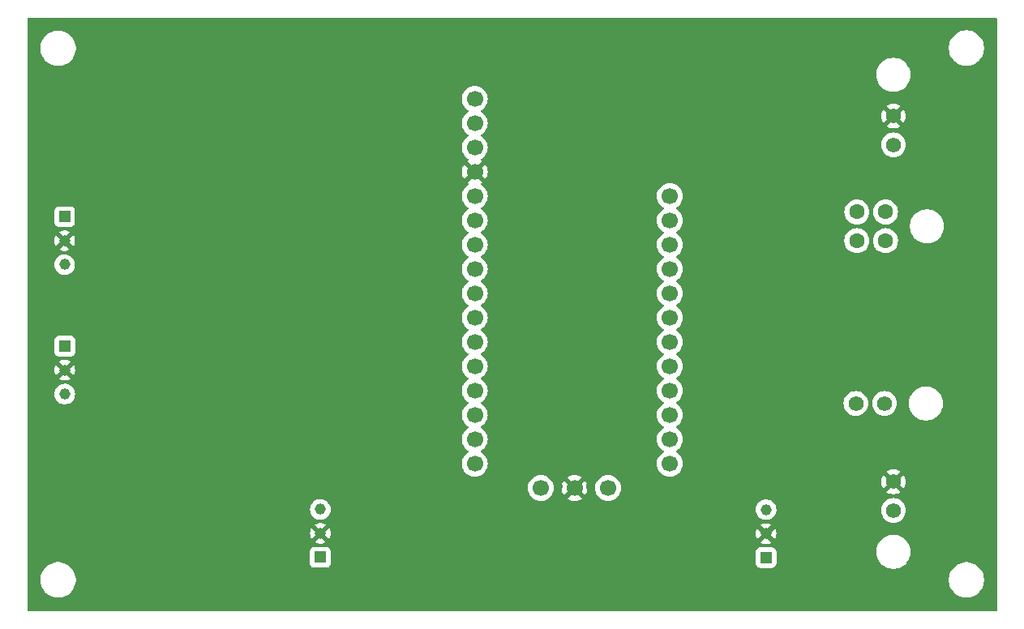
<source format=gbr>
%TF.GenerationSoftware,KiCad,Pcbnew,8.0.6*%
%TF.CreationDate,2025-01-29T18:48:29-08:00*%
%TF.ProjectId,SMV H and S Board,534d5620-4820-4616-9e64-205320426f61,rev?*%
%TF.SameCoordinates,Original*%
%TF.FileFunction,Copper,L2,Bot*%
%TF.FilePolarity,Positive*%
%FSLAX46Y46*%
G04 Gerber Fmt 4.6, Leading zero omitted, Abs format (unit mm)*
G04 Created by KiCad (PCBNEW 8.0.6) date 2025-01-29 18:48:29*
%MOMM*%
%LPD*%
G01*
G04 APERTURE LIST*
%TA.AperFunction,ComponentPad*%
%ADD10C,1.700000*%
%TD*%
%TA.AperFunction,ComponentPad*%
%ADD11R,1.150000X1.150000*%
%TD*%
%TA.AperFunction,ComponentPad*%
%ADD12C,1.150000*%
%TD*%
%TA.AperFunction,ComponentPad*%
%ADD13C,1.574800*%
%TD*%
%TA.AperFunction,ComponentPad*%
%ADD14C,1.605000*%
%TD*%
%TA.AperFunction,ViaPad*%
%ADD15C,0.600000*%
%TD*%
G04 APERTURE END LIST*
D10*
%TO.P,RP1,1,VBAT*%
%TO.N,+5V*%
X160160000Y-41340000D03*
%TO.P,RP1,2,EN*%
%TO.N,unconnected-(RP1-EN-Pad2)*%
X160160000Y-43880000D03*
%TO.P,RP1,3,VBUS*%
%TO.N,unconnected-(RP1-VBUS-Pad3)*%
X160160000Y-46420000D03*
%TO.P,RP1,4,D13*%
%TO.N,/D13*%
X160160000Y-48960000D03*
%TO.P,RP1,5,D12*%
%TO.N,/D12*%
X160160000Y-51500000D03*
%TO.P,RP1,6,D11*%
%TO.N,/D11*%
X160160000Y-54040000D03*
%TO.P,RP1,7,D10*%
%TO.N,Net-(RP1-D10)*%
X160160000Y-56580000D03*
%TO.P,RP1,8,D9*%
%TO.N,unconnected-(RP1-D9-Pad8)*%
X160160000Y-59120000D03*
%TO.P,RP1,9,D6*%
%TO.N,Net-(RP1-D6)*%
X160160000Y-61660000D03*
%TO.P,RP1,10,D5*%
%TO.N,unconnected-(RP1-D5-Pad10)*%
X160160000Y-64200000D03*
%TO.P,RP1,11,SCL*%
%TO.N,unconnected-(RP1-SCL-Pad11)*%
X160160000Y-66740000D03*
%TO.P,RP1,12,SDA*%
%TO.N,unconnected-(RP1-SDA-Pad12)*%
X160160000Y-69280000D03*
%TO.P,RP1,13,D4*%
%TO.N,unconnected-(RP1-D4-Pad13)*%
X139776500Y-69280000D03*
%TO.P,RP1,14,TX*%
%TO.N,unconnected-(RP1-TX-Pad14)*%
X139776500Y-66740000D03*
%TO.P,RP1,15,RX*%
%TO.N,unconnected-(RP1-RX-Pad15)*%
X139776500Y-64200000D03*
%TO.P,RP1,16,MISO*%
%TO.N,unconnected-(RP1-MISO-Pad16)*%
X139776500Y-61660000D03*
%TO.P,RP1,17,MOSI*%
%TO.N,/GPIO_RESET*%
X139776500Y-59120000D03*
%TO.P,RP1,18,SCK*%
%TO.N,/SCLK*%
X139776500Y-56580000D03*
%TO.P,RP1,19,D25*%
%TO.N,/CS*%
X139776500Y-54040000D03*
%TO.P,RP1,20,D24*%
%TO.N,unconnected-(RP1-D24-Pad20)*%
X139776500Y-51500000D03*
%TO.P,RP1,21,A3*%
%TO.N,unconnected-(RP1-A3-Pad21)*%
X139776500Y-48960000D03*
%TO.P,RP1,22,A2*%
%TO.N,/MISO*%
X139776500Y-46420000D03*
%TO.P,RP1,23,A1*%
%TO.N,/MOSI*%
X139776500Y-43880000D03*
%TO.P,RP1,24,A0*%
%TO.N,/GPIO_CLKIN*%
X139776500Y-41340000D03*
%TO.P,RP1,25,GND*%
%TO.N,GND*%
X139776500Y-38800000D03*
%TO.P,RP1,26,3.3V*%
%TO.N,+3V3*%
X139776500Y-36260000D03*
%TO.P,RP1,27,3.3V*%
X139776500Y-33720000D03*
%TO.P,RP1,28,RESET*%
%TO.N,unconnected-(RP1-RESET-Pad28)*%
X139776500Y-31180000D03*
%TO.P,RP1,29,CAN_L*%
%TO.N,/CAN_N*%
X153690500Y-71820000D03*
%TO.P,RP1,30,GND*%
%TO.N,GND*%
X150190500Y-71820000D03*
%TO.P,RP1,31,CAN_H*%
%TO.N,/CAN_P*%
X146690500Y-71820000D03*
%TD*%
D11*
%TO.P,Brake Pedal,1,1*%
%TO.N,+3V3*%
X96950002Y-43504010D03*
D12*
%TO.P,Brake Pedal,2,2*%
%TO.N,GND*%
X96950002Y-46004010D03*
%TO.P,Brake Pedal,3,3*%
%TO.N,Net-(J5-Pad3)*%
X96950002Y-48504010D03*
%TD*%
D11*
%TO.P,CAN,1,1*%
%TO.N,/CAN_P*%
X170200000Y-79100000D03*
D12*
%TO.P,CAN,2,2*%
%TO.N,GND*%
X170200000Y-76600000D03*
%TO.P,CAN,3,3*%
%TO.N,/CAN_N*%
X170200000Y-74100000D03*
%TD*%
D11*
%TO.P,Gas Pedal,1,1*%
%TO.N,+3V3*%
X96972749Y-57025002D03*
D12*
%TO.P,Gas Pedal,2,2*%
%TO.N,GND*%
X96972749Y-59525002D03*
%TO.P,Gas Pedal,3,3*%
%TO.N,Net-(J4-Pad3)*%
X96972749Y-62025002D03*
%TD*%
D13*
%TO.P,Horn,1,1*%
%TO.N,/Drain2*%
X182579998Y-63000000D03*
%TO.P,Horn,2,2*%
%TO.N,+12V*%
X179579999Y-63000000D03*
%TD*%
D14*
%TO.P,Wipers,1,1*%
%TO.N,unconnected-(J6-Pad1)*%
X182680000Y-43000000D03*
%TO.P,Wipers,2,2*%
%TO.N,/Drain1*%
X182680000Y-46000000D03*
%TO.P,Wipers,3,3*%
%TO.N,+12V*%
X179680000Y-43000000D03*
%TO.P,Wipers,4,4*%
%TO.N,/D13*%
X179680000Y-46000000D03*
%TD*%
D13*
%TO.P,Power,1,1*%
%TO.N,GND*%
X183500000Y-32989301D03*
%TO.P,Power,2,2*%
%TO.N,+12V*%
X183500000Y-35989300D03*
%TD*%
D11*
%TO.P,CAN,1,1*%
%TO.N,/CAN_P*%
X123649999Y-79070990D03*
D12*
%TO.P,CAN,2,2*%
%TO.N,GND*%
X123649999Y-76570990D03*
%TO.P,CAN,3,3*%
%TO.N,/CAN_N*%
X123649999Y-74070990D03*
%TD*%
D13*
%TO.P,Power,1,1*%
%TO.N,+12V*%
X183500000Y-74179998D03*
%TO.P,Power,2,2*%
%TO.N,GND*%
X183500000Y-71179999D03*
%TD*%
D15*
%TO.N,GND*%
X176000000Y-43500000D03*
X172500000Y-82500000D03*
X109100000Y-47100000D03*
X157500000Y-40000000D03*
X110500000Y-49605001D03*
X107500000Y-70000000D03*
X156250000Y-82500000D03*
X172400000Y-57800000D03*
X125802750Y-41600000D03*
X123750000Y-70000000D03*
X170350000Y-29075000D03*
X174300000Y-57800000D03*
X107500000Y-82500000D03*
X115500000Y-55100000D03*
X176100000Y-59100000D03*
X170900000Y-56400000D03*
X169400000Y-49100000D03*
X166500000Y-40000000D03*
X151700000Y-71700000D03*
X167600000Y-49100000D03*
X167600000Y-47800000D03*
X166500000Y-32500000D03*
X131250000Y-25000000D03*
X95500000Y-70000000D03*
X174300000Y-59100000D03*
X171000000Y-45000000D03*
X105000000Y-25000000D03*
X169450000Y-41550000D03*
X125000000Y-46225001D03*
X114100000Y-49300000D03*
X125000000Y-47500000D03*
X123750000Y-82500000D03*
X172425000Y-59075000D03*
X167000000Y-37100000D03*
X145000000Y-65000000D03*
X166600000Y-68500000D03*
X140000000Y-82500000D03*
X157500000Y-52500000D03*
X127900000Y-46200000D03*
X145000000Y-40000000D03*
X119300000Y-57500000D03*
X176100000Y-57800000D03*
X168900000Y-67900000D03*
X145000000Y-52500000D03*
X125000000Y-50800000D03*
X120502750Y-52572250D03*
X165500000Y-62000000D03*
X144375000Y-25000000D03*
X157500000Y-25000000D03*
X120500000Y-43700000D03*
X157500000Y-65000000D03*
X168500000Y-49100000D03*
X125270000Y-54570000D03*
X105700000Y-41855001D03*
X168500000Y-47800000D03*
X120500000Y-25000000D03*
X169417330Y-47776541D03*
X148700000Y-71700000D03*
X116200000Y-41700000D03*
X110500000Y-45000000D03*
%TD*%
%TA.AperFunction,Conductor*%
%TO.N,GND*%
G36*
X194267539Y-22720185D02*
G01*
X194313294Y-22772989D01*
X194324500Y-22824500D01*
X194324500Y-84575500D01*
X194304815Y-84642539D01*
X194252011Y-84688294D01*
X194200500Y-84699500D01*
X93174500Y-84699500D01*
X93107461Y-84679815D01*
X93061706Y-84627011D01*
X93050500Y-84575500D01*
X93050500Y-81303711D01*
X94424500Y-81303711D01*
X94424500Y-81546288D01*
X94456161Y-81786785D01*
X94518947Y-82021104D01*
X94611773Y-82245205D01*
X94611776Y-82245212D01*
X94733064Y-82455289D01*
X94733066Y-82455292D01*
X94733067Y-82455293D01*
X94880733Y-82647736D01*
X94880739Y-82647743D01*
X95052256Y-82819260D01*
X95052262Y-82819265D01*
X95244711Y-82966936D01*
X95454788Y-83088224D01*
X95678900Y-83181054D01*
X95913211Y-83243838D01*
X96093586Y-83267584D01*
X96153711Y-83275500D01*
X96153712Y-83275500D01*
X96396289Y-83275500D01*
X96444388Y-83269167D01*
X96636789Y-83243838D01*
X96871100Y-83181054D01*
X97095212Y-83088224D01*
X97305289Y-82966936D01*
X97497738Y-82819265D01*
X97669265Y-82647738D01*
X97816936Y-82455289D01*
X97938224Y-82245212D01*
X98031054Y-82021100D01*
X98093838Y-81786789D01*
X98125500Y-81546288D01*
X98125500Y-81303712D01*
X98125500Y-81303711D01*
X189274500Y-81303711D01*
X189274500Y-81546288D01*
X189306161Y-81786785D01*
X189368947Y-82021104D01*
X189461773Y-82245205D01*
X189461776Y-82245212D01*
X189583064Y-82455289D01*
X189583066Y-82455292D01*
X189583067Y-82455293D01*
X189730733Y-82647736D01*
X189730739Y-82647743D01*
X189902256Y-82819260D01*
X189902262Y-82819265D01*
X190094711Y-82966936D01*
X190304788Y-83088224D01*
X190528900Y-83181054D01*
X190763211Y-83243838D01*
X190943586Y-83267584D01*
X191003711Y-83275500D01*
X191003712Y-83275500D01*
X191246289Y-83275500D01*
X191294388Y-83269167D01*
X191486789Y-83243838D01*
X191721100Y-83181054D01*
X191945212Y-83088224D01*
X192155289Y-82966936D01*
X192347738Y-82819265D01*
X192519265Y-82647738D01*
X192666936Y-82455289D01*
X192788224Y-82245212D01*
X192881054Y-82021100D01*
X192943838Y-81786789D01*
X192975500Y-81546288D01*
X192975500Y-81303712D01*
X192943838Y-81063211D01*
X192881054Y-80828900D01*
X192788224Y-80604788D01*
X192666936Y-80394711D01*
X192519265Y-80202262D01*
X192519260Y-80202256D01*
X192347743Y-80030739D01*
X192347736Y-80030733D01*
X192155293Y-79883067D01*
X192155292Y-79883066D01*
X192155289Y-79883064D01*
X191945212Y-79761776D01*
X191925167Y-79753473D01*
X191721104Y-79668947D01*
X191486785Y-79606161D01*
X191246289Y-79574500D01*
X191246288Y-79574500D01*
X191003712Y-79574500D01*
X191003711Y-79574500D01*
X190763214Y-79606161D01*
X190528895Y-79668947D01*
X190304794Y-79761773D01*
X190304785Y-79761777D01*
X190094706Y-79883067D01*
X189902263Y-80030733D01*
X189902256Y-80030739D01*
X189730739Y-80202256D01*
X189730733Y-80202263D01*
X189583067Y-80394706D01*
X189461777Y-80604785D01*
X189461773Y-80604794D01*
X189368947Y-80828895D01*
X189306161Y-81063214D01*
X189274500Y-81303711D01*
X98125500Y-81303711D01*
X98093838Y-81063211D01*
X98031054Y-80828900D01*
X97938224Y-80604788D01*
X97816936Y-80394711D01*
X97669265Y-80202262D01*
X97669260Y-80202256D01*
X97497743Y-80030739D01*
X97497736Y-80030733D01*
X97305293Y-79883067D01*
X97305292Y-79883066D01*
X97305289Y-79883064D01*
X97095212Y-79761776D01*
X97075167Y-79753473D01*
X96871104Y-79668947D01*
X96636785Y-79606161D01*
X96396289Y-79574500D01*
X96396288Y-79574500D01*
X96153712Y-79574500D01*
X96153711Y-79574500D01*
X95913214Y-79606161D01*
X95678895Y-79668947D01*
X95454794Y-79761773D01*
X95454785Y-79761777D01*
X95244706Y-79883067D01*
X95052263Y-80030733D01*
X95052256Y-80030739D01*
X94880739Y-80202256D01*
X94880733Y-80202263D01*
X94733067Y-80394706D01*
X94611777Y-80604785D01*
X94611773Y-80604794D01*
X94518947Y-80828895D01*
X94456161Y-81063214D01*
X94424500Y-81303711D01*
X93050500Y-81303711D01*
X93050500Y-78448125D01*
X122574499Y-78448125D01*
X122574499Y-79693860D01*
X122574500Y-79693866D01*
X122580907Y-79753473D01*
X122631201Y-79888318D01*
X122631205Y-79888325D01*
X122717451Y-80003534D01*
X122717454Y-80003537D01*
X122832663Y-80089783D01*
X122832670Y-80089787D01*
X122967516Y-80140081D01*
X122967515Y-80140081D01*
X122974443Y-80140825D01*
X123027126Y-80146490D01*
X124272871Y-80146489D01*
X124332482Y-80140081D01*
X124467330Y-80089786D01*
X124582545Y-80003536D01*
X124668795Y-79888321D01*
X124719090Y-79753473D01*
X124725499Y-79693863D01*
X124725498Y-78477135D01*
X169124500Y-78477135D01*
X169124500Y-79722870D01*
X169124501Y-79722876D01*
X169130908Y-79782483D01*
X169181202Y-79917328D01*
X169181206Y-79917335D01*
X169267452Y-80032544D01*
X169267455Y-80032547D01*
X169382664Y-80118793D01*
X169382671Y-80118797D01*
X169517517Y-80169091D01*
X169517516Y-80169091D01*
X169524444Y-80169835D01*
X169577127Y-80175500D01*
X170822872Y-80175499D01*
X170882483Y-80169091D01*
X171017331Y-80118796D01*
X171132546Y-80032546D01*
X171218796Y-79917331D01*
X171269091Y-79782483D01*
X171275500Y-79722873D01*
X171275499Y-78477128D01*
X171269091Y-78417517D01*
X171256475Y-78383693D01*
X171256472Y-78383685D01*
X181725500Y-78383685D01*
X181725500Y-78616314D01*
X181749115Y-78795680D01*
X181755863Y-78846930D01*
X181785965Y-78959274D01*
X181816068Y-79071620D01*
X181905083Y-79286521D01*
X181905088Y-79286532D01*
X182021387Y-79487966D01*
X182021398Y-79487982D01*
X182162996Y-79672517D01*
X182163002Y-79672524D01*
X182327475Y-79836997D01*
X182327482Y-79837003D01*
X182432164Y-79917328D01*
X182512026Y-79978608D01*
X182512033Y-79978612D01*
X182713467Y-80094911D01*
X182713472Y-80094913D01*
X182713475Y-80094915D01*
X182771122Y-80118793D01*
X182928379Y-80183931D01*
X182928380Y-80183931D01*
X182928382Y-80183932D01*
X183153070Y-80244137D01*
X183383693Y-80274500D01*
X183383700Y-80274500D01*
X183616300Y-80274500D01*
X183616307Y-80274500D01*
X183846930Y-80244137D01*
X184071618Y-80183932D01*
X184286525Y-80094915D01*
X184487974Y-79978608D01*
X184672519Y-79837002D01*
X184837002Y-79672519D01*
X184978608Y-79487974D01*
X185094915Y-79286525D01*
X185183932Y-79071618D01*
X185244137Y-78846930D01*
X185274500Y-78616307D01*
X185274500Y-78383693D01*
X185244137Y-78153070D01*
X185183932Y-77928382D01*
X185094915Y-77713475D01*
X185094913Y-77713472D01*
X185094911Y-77713467D01*
X184978612Y-77512033D01*
X184978608Y-77512026D01*
X184837002Y-77327481D01*
X184836997Y-77327475D01*
X184672524Y-77163002D01*
X184672517Y-77162996D01*
X184487982Y-77021398D01*
X184487980Y-77021396D01*
X184487974Y-77021392D01*
X184487969Y-77021389D01*
X184487966Y-77021387D01*
X184286532Y-76905088D01*
X184286521Y-76905083D01*
X184071620Y-76816068D01*
X183959274Y-76785965D01*
X183846930Y-76755863D01*
X183795680Y-76749115D01*
X183616314Y-76725500D01*
X183616307Y-76725500D01*
X183383693Y-76725500D01*
X183383685Y-76725500D01*
X183178694Y-76752489D01*
X183153070Y-76755863D01*
X183102676Y-76769366D01*
X182928379Y-76816068D01*
X182713478Y-76905083D01*
X182713467Y-76905088D01*
X182512033Y-77021387D01*
X182512017Y-77021398D01*
X182327482Y-77162996D01*
X182327475Y-77163002D01*
X182163002Y-77327475D01*
X182162996Y-77327482D01*
X182021398Y-77512017D01*
X182021387Y-77512033D01*
X181905088Y-77713467D01*
X181905083Y-77713478D01*
X181816068Y-77928379D01*
X181755863Y-78153071D01*
X181725500Y-78383685D01*
X171256472Y-78383685D01*
X171218797Y-78282671D01*
X171218793Y-78282664D01*
X171132547Y-78167455D01*
X171132544Y-78167452D01*
X171017335Y-78081206D01*
X171017328Y-78081202D01*
X170882482Y-78030908D01*
X170882483Y-78030908D01*
X170822883Y-78024501D01*
X170822881Y-78024500D01*
X170822873Y-78024500D01*
X170822864Y-78024500D01*
X169577129Y-78024500D01*
X169577123Y-78024501D01*
X169517516Y-78030908D01*
X169382671Y-78081202D01*
X169382664Y-78081206D01*
X169267455Y-78167452D01*
X169267452Y-78167455D01*
X169181206Y-78282664D01*
X169181202Y-78282671D01*
X169130908Y-78417517D01*
X169127618Y-78448125D01*
X169124501Y-78477123D01*
X169124500Y-78477135D01*
X124725498Y-78477135D01*
X124725498Y-78448118D01*
X124719090Y-78388507D01*
X124717294Y-78383693D01*
X124668796Y-78253661D01*
X124668792Y-78253654D01*
X124582546Y-78138445D01*
X124582543Y-78138442D01*
X124467334Y-78052196D01*
X124467327Y-78052192D01*
X124332481Y-78001898D01*
X124332482Y-78001898D01*
X124272882Y-77995491D01*
X124272880Y-77995490D01*
X124272872Y-77995490D01*
X124272863Y-77995490D01*
X123027128Y-77995490D01*
X123027122Y-77995491D01*
X122967515Y-78001898D01*
X122832670Y-78052192D01*
X122832663Y-78052196D01*
X122717454Y-78138442D01*
X122717451Y-78138445D01*
X122631205Y-78253654D01*
X122631201Y-78253661D01*
X122580907Y-78388507D01*
X122574500Y-78448106D01*
X122574500Y-78448113D01*
X122574499Y-78448125D01*
X93050500Y-78448125D01*
X93050500Y-76570989D01*
X122570394Y-76570989D01*
X122570394Y-76570990D01*
X122588775Y-76769366D01*
X122588776Y-76769369D01*
X122643292Y-76960976D01*
X122643300Y-76960996D01*
X122730772Y-77136663D01*
X123249999Y-76617436D01*
X123249999Y-76623651D01*
X123277258Y-76725384D01*
X123329919Y-76816596D01*
X123404393Y-76891070D01*
X123495605Y-76943731D01*
X123597338Y-76970990D01*
X123603552Y-76970990D01*
X123087470Y-77487069D01*
X123087471Y-77487070D01*
X123168774Y-77537411D01*
X123168783Y-77537415D01*
X123354548Y-77609380D01*
X123354553Y-77609381D01*
X123550388Y-77645990D01*
X123749610Y-77645990D01*
X123945444Y-77609381D01*
X123945449Y-77609380D01*
X124131216Y-77537414D01*
X124131220Y-77537412D01*
X124212526Y-77487069D01*
X123696447Y-76970990D01*
X123702660Y-76970990D01*
X123804393Y-76943731D01*
X123895605Y-76891070D01*
X123970079Y-76816596D01*
X124022740Y-76725384D01*
X124049999Y-76623651D01*
X124049999Y-76617437D01*
X124569225Y-77136663D01*
X124656696Y-76960998D01*
X124656702Y-76960983D01*
X124711221Y-76769368D01*
X124711222Y-76769366D01*
X124726916Y-76599999D01*
X169120395Y-76599999D01*
X169120395Y-76600000D01*
X169138776Y-76798376D01*
X169138777Y-76798379D01*
X169193293Y-76989986D01*
X169193301Y-76990006D01*
X169280773Y-77165673D01*
X169800000Y-76646446D01*
X169800000Y-76652661D01*
X169827259Y-76754394D01*
X169879920Y-76845606D01*
X169954394Y-76920080D01*
X170045606Y-76972741D01*
X170147339Y-77000000D01*
X170153553Y-77000000D01*
X169637471Y-77516079D01*
X169637472Y-77516080D01*
X169718775Y-77566421D01*
X169718784Y-77566425D01*
X169904549Y-77638390D01*
X169904554Y-77638391D01*
X170100389Y-77675000D01*
X170299611Y-77675000D01*
X170495445Y-77638391D01*
X170495450Y-77638390D01*
X170681217Y-77566424D01*
X170681221Y-77566422D01*
X170762527Y-77516079D01*
X170246448Y-77000000D01*
X170252661Y-77000000D01*
X170354394Y-76972741D01*
X170445606Y-76920080D01*
X170520080Y-76845606D01*
X170572741Y-76754394D01*
X170600000Y-76652661D01*
X170600000Y-76646447D01*
X171119226Y-77165673D01*
X171206697Y-76990008D01*
X171206703Y-76989993D01*
X171261222Y-76798378D01*
X171261223Y-76798376D01*
X171279605Y-76600000D01*
X171279605Y-76599999D01*
X171261223Y-76401623D01*
X171261222Y-76401621D01*
X171206703Y-76210006D01*
X171206697Y-76209991D01*
X171119225Y-76034325D01*
X170600000Y-76553551D01*
X170600000Y-76547339D01*
X170572741Y-76445606D01*
X170520080Y-76354394D01*
X170445606Y-76279920D01*
X170354394Y-76227259D01*
X170252661Y-76200000D01*
X170246448Y-76200000D01*
X170762527Y-75683919D01*
X170762526Y-75683918D01*
X170681224Y-75633579D01*
X170681215Y-75633574D01*
X170495450Y-75561609D01*
X170495445Y-75561608D01*
X170299611Y-75525000D01*
X170100389Y-75525000D01*
X169904554Y-75561608D01*
X169904553Y-75561608D01*
X169718780Y-75633576D01*
X169718776Y-75633578D01*
X169637471Y-75683919D01*
X170153553Y-76200000D01*
X170147339Y-76200000D01*
X170045606Y-76227259D01*
X169954394Y-76279920D01*
X169879920Y-76354394D01*
X169827259Y-76445606D01*
X169800000Y-76547339D01*
X169800000Y-76553552D01*
X169280773Y-76034325D01*
X169193298Y-76210002D01*
X169193293Y-76210013D01*
X169138777Y-76401620D01*
X169138776Y-76401623D01*
X169120395Y-76599999D01*
X124726916Y-76599999D01*
X124729604Y-76570990D01*
X124729604Y-76570989D01*
X124711222Y-76372613D01*
X124711221Y-76372611D01*
X124656702Y-76180996D01*
X124656696Y-76180981D01*
X124569224Y-76005315D01*
X124049999Y-76524541D01*
X124049999Y-76518329D01*
X124022740Y-76416596D01*
X123970079Y-76325384D01*
X123895605Y-76250910D01*
X123804393Y-76198249D01*
X123702660Y-76170990D01*
X123696447Y-76170990D01*
X124212526Y-75654909D01*
X124212525Y-75654908D01*
X124131223Y-75604569D01*
X124131214Y-75604564D01*
X123945449Y-75532599D01*
X123945444Y-75532598D01*
X123749610Y-75495990D01*
X123550388Y-75495990D01*
X123354553Y-75532598D01*
X123354552Y-75532598D01*
X123168779Y-75604566D01*
X123168775Y-75604568D01*
X123087470Y-75654909D01*
X123603552Y-76170990D01*
X123597338Y-76170990D01*
X123495605Y-76198249D01*
X123404393Y-76250910D01*
X123329919Y-76325384D01*
X123277258Y-76416596D01*
X123249999Y-76518329D01*
X123249999Y-76524542D01*
X122730772Y-76005315D01*
X122643297Y-76180992D01*
X122643292Y-76181003D01*
X122588776Y-76372610D01*
X122588775Y-76372613D01*
X122570394Y-76570989D01*
X93050500Y-76570989D01*
X93050500Y-74070989D01*
X122569891Y-74070989D01*
X122569891Y-74070990D01*
X122588281Y-74269454D01*
X122588281Y-74269456D01*
X122588282Y-74269459D01*
X122626703Y-74404496D01*
X122642829Y-74461173D01*
X122731669Y-74639588D01*
X122731674Y-74639596D01*
X122851791Y-74798656D01*
X122978507Y-74914172D01*
X122999089Y-74932935D01*
X123168553Y-75037863D01*
X123354413Y-75109866D01*
X123550339Y-75146490D01*
X123550341Y-75146490D01*
X123749657Y-75146490D01*
X123749659Y-75146490D01*
X123945585Y-75109866D01*
X124131445Y-75037863D01*
X124300909Y-74932935D01*
X124448208Y-74798654D01*
X124568325Y-74639594D01*
X124657170Y-74461170D01*
X124711716Y-74269459D01*
X124727419Y-74099999D01*
X169119892Y-74099999D01*
X169119892Y-74100000D01*
X169138282Y-74298464D01*
X169138282Y-74298466D01*
X169138283Y-74298469D01*
X169168450Y-74404496D01*
X169192830Y-74490183D01*
X169281670Y-74668598D01*
X169281675Y-74668606D01*
X169401792Y-74827666D01*
X169528508Y-74943182D01*
X169549090Y-74961945D01*
X169718554Y-75066873D01*
X169904414Y-75138876D01*
X170100340Y-75175500D01*
X170100342Y-75175500D01*
X170299658Y-75175500D01*
X170299660Y-75175500D01*
X170495586Y-75138876D01*
X170681446Y-75066873D01*
X170850910Y-74961945D01*
X170998209Y-74827664D01*
X171118326Y-74668604D01*
X171207171Y-74490180D01*
X171261717Y-74298469D01*
X171272695Y-74179997D01*
X182207180Y-74179997D01*
X182207180Y-74179998D01*
X182226820Y-74404489D01*
X182226821Y-74404496D01*
X182285145Y-74622163D01*
X182285149Y-74622174D01*
X182380382Y-74826402D01*
X182380385Y-74826408D01*
X182509643Y-75011009D01*
X182668988Y-75170354D01*
X182668991Y-75170356D01*
X182853590Y-75299613D01*
X182967262Y-75352618D01*
X183057823Y-75394848D01*
X183057825Y-75394848D01*
X183057830Y-75394851D01*
X183275504Y-75453177D01*
X183455100Y-75468889D01*
X183499999Y-75472818D01*
X183500000Y-75472818D01*
X183500001Y-75472818D01*
X183537416Y-75469544D01*
X183724496Y-75453177D01*
X183942170Y-75394851D01*
X184146410Y-75299613D01*
X184331009Y-75170356D01*
X184490358Y-75011007D01*
X184619615Y-74826408D01*
X184714853Y-74622168D01*
X184773179Y-74404494D01*
X184792820Y-74179998D01*
X184773179Y-73955502D01*
X184714853Y-73737828D01*
X184619615Y-73533588D01*
X184490358Y-73348989D01*
X184490356Y-73348986D01*
X184331011Y-73189641D01*
X184146410Y-73060383D01*
X184146404Y-73060380D01*
X183942176Y-72965147D01*
X183942165Y-72965143D01*
X183724498Y-72906819D01*
X183724491Y-72906818D01*
X183500001Y-72887178D01*
X183499999Y-72887178D01*
X183275508Y-72906818D01*
X183275501Y-72906819D01*
X183057834Y-72965143D01*
X183057823Y-72965147D01*
X182853595Y-73060380D01*
X182853589Y-73060383D01*
X182668988Y-73189641D01*
X182509643Y-73348986D01*
X182380385Y-73533587D01*
X182380382Y-73533593D01*
X182285149Y-73737821D01*
X182285145Y-73737832D01*
X182226821Y-73955499D01*
X182226820Y-73955506D01*
X182207180Y-74179997D01*
X171272695Y-74179997D01*
X171280108Y-74100000D01*
X171261717Y-73901531D01*
X171207171Y-73709820D01*
X171119420Y-73533593D01*
X171118329Y-73531401D01*
X171118324Y-73531393D01*
X170998207Y-73372333D01*
X170850911Y-73238056D01*
X170850910Y-73238055D01*
X170772717Y-73189640D01*
X170681447Y-73133127D01*
X170681445Y-73133126D01*
X170580203Y-73093905D01*
X170495586Y-73061124D01*
X170495582Y-73061123D01*
X170416639Y-73046366D01*
X170299660Y-73024500D01*
X170100340Y-73024500D01*
X170010254Y-73041339D01*
X169904417Y-73061123D01*
X169904415Y-73061123D01*
X169904414Y-73061124D01*
X169852517Y-73081229D01*
X169718554Y-73133126D01*
X169718552Y-73133127D01*
X169549088Y-73238056D01*
X169401792Y-73372333D01*
X169281675Y-73531393D01*
X169281670Y-73531401D01*
X169192830Y-73709816D01*
X169138282Y-73901535D01*
X169119892Y-74099999D01*
X124727419Y-74099999D01*
X124730107Y-74070990D01*
X124711716Y-73872521D01*
X124657170Y-73680810D01*
X124655758Y-73677974D01*
X124568328Y-73502391D01*
X124568323Y-73502383D01*
X124448206Y-73343323D01*
X124300910Y-73209046D01*
X124300909Y-73209045D01*
X124236374Y-73169086D01*
X124131446Y-73104117D01*
X124131444Y-73104116D01*
X124049378Y-73072324D01*
X123945585Y-73032114D01*
X123945581Y-73032113D01*
X123866638Y-73017356D01*
X123749659Y-72995490D01*
X123550339Y-72995490D01*
X123460253Y-73012329D01*
X123354416Y-73032113D01*
X123354414Y-73032113D01*
X123354413Y-73032114D01*
X123302516Y-73052219D01*
X123168553Y-73104116D01*
X123168551Y-73104117D01*
X122999087Y-73209046D01*
X122851791Y-73343323D01*
X122731674Y-73502383D01*
X122731669Y-73502391D01*
X122642829Y-73680806D01*
X122588281Y-73872525D01*
X122569891Y-74070989D01*
X93050500Y-74070989D01*
X93050500Y-71819999D01*
X145334841Y-71819999D01*
X145334841Y-71820000D01*
X145355436Y-72055403D01*
X145355438Y-72055413D01*
X145416594Y-72283655D01*
X145416596Y-72283659D01*
X145416597Y-72283663D01*
X145468227Y-72394383D01*
X145516465Y-72497830D01*
X145516467Y-72497834D01*
X145574962Y-72581373D01*
X145652005Y-72691401D01*
X145819099Y-72858495D01*
X145888113Y-72906819D01*
X146012665Y-72994032D01*
X146012667Y-72994033D01*
X146012670Y-72994035D01*
X146226837Y-73093903D01*
X146226843Y-73093904D01*
X146226844Y-73093905D01*
X146281785Y-73108626D01*
X146455092Y-73155063D01*
X146643418Y-73171539D01*
X146690499Y-73175659D01*
X146690500Y-73175659D01*
X146690501Y-73175659D01*
X146729734Y-73172226D01*
X146925908Y-73155063D01*
X147154163Y-73093903D01*
X147368330Y-72994035D01*
X147561901Y-72858495D01*
X147728995Y-72691401D01*
X147864535Y-72497830D01*
X147964403Y-72283663D01*
X148025563Y-72055408D01*
X148046159Y-71820000D01*
X148046159Y-71819998D01*
X148835343Y-71819998D01*
X148835343Y-71820001D01*
X148855930Y-72055315D01*
X148855932Y-72055326D01*
X148917066Y-72283483D01*
X148917070Y-72283492D01*
X149016900Y-72497579D01*
X149016902Y-72497583D01*
X149075572Y-72581373D01*
X149075573Y-72581373D01*
X149707537Y-71949409D01*
X149724575Y-72012993D01*
X149790401Y-72127007D01*
X149883493Y-72220099D01*
X149997507Y-72285925D01*
X150061090Y-72302962D01*
X149429125Y-72934925D01*
X149512921Y-72993599D01*
X149727007Y-73093429D01*
X149727016Y-73093433D01*
X149955173Y-73154567D01*
X149955184Y-73154569D01*
X150190498Y-73175157D01*
X150190502Y-73175157D01*
X150425815Y-73154569D01*
X150425826Y-73154567D01*
X150653983Y-73093433D01*
X150653992Y-73093429D01*
X150868078Y-72993600D01*
X150868082Y-72993598D01*
X150951873Y-72934926D01*
X150951873Y-72934925D01*
X150319909Y-72302962D01*
X150383493Y-72285925D01*
X150497507Y-72220099D01*
X150590599Y-72127007D01*
X150656425Y-72012993D01*
X150673462Y-71949410D01*
X151305425Y-72581373D01*
X151305426Y-72581373D01*
X151364098Y-72497582D01*
X151364100Y-72497578D01*
X151463929Y-72283492D01*
X151463933Y-72283483D01*
X151525067Y-72055326D01*
X151525069Y-72055315D01*
X151545657Y-71820001D01*
X151545657Y-71819999D01*
X152334841Y-71819999D01*
X152334841Y-71820000D01*
X152355436Y-72055403D01*
X152355438Y-72055413D01*
X152416594Y-72283655D01*
X152416596Y-72283659D01*
X152416597Y-72283663D01*
X152468227Y-72394383D01*
X152516465Y-72497830D01*
X152516467Y-72497834D01*
X152574962Y-72581373D01*
X152652005Y-72691401D01*
X152819099Y-72858495D01*
X152888113Y-72906819D01*
X153012665Y-72994032D01*
X153012667Y-72994033D01*
X153012670Y-72994035D01*
X153226837Y-73093903D01*
X153226843Y-73093904D01*
X153226844Y-73093905D01*
X153281785Y-73108626D01*
X153455092Y-73155063D01*
X153643418Y-73171539D01*
X153690499Y-73175659D01*
X153690500Y-73175659D01*
X153690501Y-73175659D01*
X153729734Y-73172226D01*
X153925908Y-73155063D01*
X154154163Y-73093903D01*
X154368330Y-72994035D01*
X154561901Y-72858495D01*
X154728995Y-72691401D01*
X154864535Y-72497830D01*
X154964403Y-72283663D01*
X155025563Y-72055408D01*
X155046159Y-71820000D01*
X155025563Y-71584592D01*
X154964403Y-71356337D01*
X154882174Y-71179997D01*
X182207682Y-71179997D01*
X182207682Y-71180000D01*
X182227314Y-71404402D01*
X182227316Y-71404413D01*
X182285615Y-71621990D01*
X182285618Y-71621999D01*
X182380819Y-71826156D01*
X182380820Y-71826158D01*
X182430020Y-71896423D01*
X182430021Y-71896424D01*
X182989765Y-71336679D01*
X183002950Y-71385884D01*
X183073174Y-71507514D01*
X183172485Y-71606825D01*
X183294115Y-71677049D01*
X183343318Y-71690232D01*
X182783573Y-72249977D01*
X182853840Y-72299178D01*
X182853842Y-72299179D01*
X183057999Y-72394380D01*
X183058008Y-72394383D01*
X183275585Y-72452682D01*
X183275596Y-72452684D01*
X183499998Y-72472317D01*
X183500002Y-72472317D01*
X183724403Y-72452684D01*
X183724414Y-72452682D01*
X183941991Y-72394383D01*
X183942000Y-72394379D01*
X184146156Y-72299180D01*
X184216425Y-72249977D01*
X183656681Y-71690232D01*
X183705885Y-71677049D01*
X183827515Y-71606825D01*
X183926826Y-71507514D01*
X183997050Y-71385884D01*
X184010233Y-71336679D01*
X184569978Y-71896424D01*
X184619181Y-71826155D01*
X184714380Y-71621999D01*
X184714384Y-71621990D01*
X184772683Y-71404413D01*
X184772685Y-71404402D01*
X184792318Y-71180000D01*
X184792318Y-71179997D01*
X184772685Y-70955595D01*
X184772683Y-70955584D01*
X184714384Y-70738007D01*
X184714381Y-70737998D01*
X184619180Y-70533841D01*
X184619179Y-70533839D01*
X184569978Y-70463573D01*
X184569978Y-70463572D01*
X184010233Y-71023317D01*
X183997050Y-70974114D01*
X183926826Y-70852484D01*
X183827515Y-70753173D01*
X183705885Y-70682949D01*
X183656680Y-70669764D01*
X184216425Y-70110020D01*
X184216424Y-70110019D01*
X184146159Y-70060819D01*
X184146157Y-70060818D01*
X183942000Y-69965617D01*
X183941991Y-69965614D01*
X183724414Y-69907315D01*
X183724403Y-69907313D01*
X183500002Y-69887681D01*
X183499998Y-69887681D01*
X183275596Y-69907313D01*
X183275585Y-69907315D01*
X183058008Y-69965614D01*
X183057999Y-69965617D01*
X182853838Y-70060820D01*
X182783573Y-70110018D01*
X183343319Y-70669764D01*
X183294115Y-70682949D01*
X183172485Y-70753173D01*
X183073174Y-70852484D01*
X183002950Y-70974114D01*
X182989765Y-71023318D01*
X182430019Y-70463572D01*
X182380821Y-70533837D01*
X182285618Y-70737998D01*
X182285615Y-70738007D01*
X182227316Y-70955584D01*
X182227314Y-70955595D01*
X182207682Y-71179997D01*
X154882174Y-71179997D01*
X154864535Y-71142171D01*
X154806037Y-71058626D01*
X154728994Y-70948597D01*
X154561902Y-70781506D01*
X154561895Y-70781501D01*
X154368334Y-70645967D01*
X154368330Y-70645965D01*
X154346229Y-70635659D01*
X154154163Y-70546097D01*
X154154159Y-70546096D01*
X154154155Y-70546094D01*
X153925913Y-70484938D01*
X153925903Y-70484936D01*
X153690501Y-70464341D01*
X153690499Y-70464341D01*
X153455096Y-70484936D01*
X153455086Y-70484938D01*
X153226844Y-70546094D01*
X153226835Y-70546098D01*
X153012671Y-70645964D01*
X153012669Y-70645965D01*
X152819097Y-70781505D01*
X152652005Y-70948597D01*
X152516465Y-71142169D01*
X152516464Y-71142171D01*
X152416598Y-71356335D01*
X152416594Y-71356344D01*
X152355438Y-71584586D01*
X152355436Y-71584596D01*
X152334841Y-71819999D01*
X151545657Y-71819999D01*
X151545657Y-71819998D01*
X151525069Y-71584684D01*
X151525067Y-71584673D01*
X151463933Y-71356516D01*
X151463929Y-71356507D01*
X151364100Y-71142423D01*
X151364099Y-71142421D01*
X151305425Y-71058626D01*
X151305425Y-71058625D01*
X150673462Y-71690589D01*
X150656425Y-71627007D01*
X150590599Y-71512993D01*
X150497507Y-71419901D01*
X150383493Y-71354075D01*
X150319910Y-71337037D01*
X150951873Y-70705073D01*
X150951873Y-70705072D01*
X150868083Y-70646402D01*
X150868079Y-70646400D01*
X150653992Y-70546570D01*
X150653983Y-70546566D01*
X150425826Y-70485432D01*
X150425815Y-70485430D01*
X150190502Y-70464843D01*
X150190498Y-70464843D01*
X149955184Y-70485430D01*
X149955173Y-70485432D01*
X149727016Y-70546566D01*
X149727007Y-70546570D01*
X149512919Y-70646401D01*
X149429125Y-70705072D01*
X150061090Y-71337037D01*
X149997507Y-71354075D01*
X149883493Y-71419901D01*
X149790401Y-71512993D01*
X149724575Y-71627007D01*
X149707537Y-71690589D01*
X149075573Y-71058625D01*
X149075572Y-71058625D01*
X149016901Y-71142419D01*
X148917070Y-71356507D01*
X148917066Y-71356516D01*
X148855932Y-71584673D01*
X148855930Y-71584684D01*
X148835343Y-71819998D01*
X148046159Y-71819998D01*
X148025563Y-71584592D01*
X147964403Y-71356337D01*
X147864535Y-71142171D01*
X147806037Y-71058626D01*
X147728994Y-70948597D01*
X147561902Y-70781506D01*
X147561895Y-70781501D01*
X147368334Y-70645967D01*
X147368330Y-70645965D01*
X147346229Y-70635659D01*
X147154163Y-70546097D01*
X147154159Y-70546096D01*
X147154155Y-70546094D01*
X146925913Y-70484938D01*
X146925903Y-70484936D01*
X146690501Y-70464341D01*
X146690499Y-70464341D01*
X146455096Y-70484936D01*
X146455086Y-70484938D01*
X146226844Y-70546094D01*
X146226835Y-70546098D01*
X146012671Y-70645964D01*
X146012669Y-70645965D01*
X145819097Y-70781505D01*
X145652005Y-70948597D01*
X145516465Y-71142169D01*
X145516464Y-71142171D01*
X145416598Y-71356335D01*
X145416594Y-71356344D01*
X145355438Y-71584586D01*
X145355436Y-71584596D01*
X145334841Y-71819999D01*
X93050500Y-71819999D01*
X93050500Y-62025001D01*
X95892641Y-62025001D01*
X95892641Y-62025002D01*
X95911031Y-62223466D01*
X95911031Y-62223468D01*
X95911032Y-62223471D01*
X95948054Y-62353590D01*
X95965579Y-62415185D01*
X96054419Y-62593600D01*
X96054424Y-62593608D01*
X96174541Y-62752668D01*
X96263797Y-62834035D01*
X96321839Y-62886947D01*
X96491303Y-62991875D01*
X96677163Y-63063878D01*
X96873089Y-63100502D01*
X96873091Y-63100502D01*
X97072407Y-63100502D01*
X97072409Y-63100502D01*
X97268335Y-63063878D01*
X97454195Y-62991875D01*
X97623659Y-62886947D01*
X97770958Y-62752666D01*
X97891075Y-62593606D01*
X97979920Y-62415182D01*
X98034466Y-62223471D01*
X98052857Y-62025002D01*
X98034466Y-61826533D01*
X97979920Y-61634822D01*
X97978508Y-61631986D01*
X97891078Y-61456403D01*
X97891073Y-61456395D01*
X97770956Y-61297335D01*
X97623660Y-61163058D01*
X97623659Y-61163057D01*
X97559124Y-61123098D01*
X97454196Y-61058129D01*
X97454194Y-61058128D01*
X97372128Y-61026336D01*
X97268335Y-60986126D01*
X97268331Y-60986125D01*
X97189388Y-60971368D01*
X97072409Y-60949502D01*
X96873089Y-60949502D01*
X96783003Y-60966341D01*
X96677166Y-60986125D01*
X96677164Y-60986125D01*
X96677163Y-60986126D01*
X96625266Y-61006231D01*
X96491303Y-61058128D01*
X96491301Y-61058129D01*
X96321837Y-61163058D01*
X96174541Y-61297335D01*
X96054424Y-61456395D01*
X96054419Y-61456403D01*
X95965579Y-61634818D01*
X95911031Y-61826537D01*
X95892641Y-62025001D01*
X93050500Y-62025001D01*
X93050500Y-59525001D01*
X95893144Y-59525001D01*
X95893144Y-59525002D01*
X95911525Y-59723378D01*
X95911526Y-59723381D01*
X95966042Y-59914988D01*
X95966050Y-59915008D01*
X96053522Y-60090675D01*
X96572749Y-59571448D01*
X96572749Y-59577663D01*
X96600008Y-59679396D01*
X96652669Y-59770608D01*
X96727143Y-59845082D01*
X96818355Y-59897743D01*
X96920088Y-59925002D01*
X96926302Y-59925002D01*
X96410220Y-60441081D01*
X96410221Y-60441082D01*
X96491524Y-60491423D01*
X96491533Y-60491427D01*
X96677298Y-60563392D01*
X96677303Y-60563393D01*
X96873138Y-60600002D01*
X97072360Y-60600002D01*
X97268194Y-60563393D01*
X97268199Y-60563392D01*
X97453966Y-60491426D01*
X97453970Y-60491424D01*
X97535276Y-60441081D01*
X97019197Y-59925002D01*
X97025410Y-59925002D01*
X97127143Y-59897743D01*
X97218355Y-59845082D01*
X97292829Y-59770608D01*
X97345490Y-59679396D01*
X97372749Y-59577663D01*
X97372749Y-59571449D01*
X97891975Y-60090675D01*
X97979446Y-59915010D01*
X97979452Y-59914995D01*
X98033971Y-59723380D01*
X98033972Y-59723378D01*
X98052354Y-59525002D01*
X98052354Y-59525001D01*
X98033972Y-59326625D01*
X98033971Y-59326623D01*
X97979452Y-59135008D01*
X97979446Y-59134993D01*
X97891974Y-58959327D01*
X97372749Y-59478553D01*
X97372749Y-59472341D01*
X97345490Y-59370608D01*
X97292829Y-59279396D01*
X97218355Y-59204922D01*
X97127143Y-59152261D01*
X97025410Y-59125002D01*
X97019197Y-59125002D01*
X97535276Y-58608921D01*
X97535275Y-58608920D01*
X97453973Y-58558581D01*
X97453964Y-58558576D01*
X97268199Y-58486611D01*
X97268194Y-58486610D01*
X97072360Y-58450002D01*
X96873138Y-58450002D01*
X96677303Y-58486610D01*
X96677302Y-58486610D01*
X96491529Y-58558578D01*
X96491525Y-58558580D01*
X96410220Y-58608921D01*
X96926302Y-59125002D01*
X96920088Y-59125002D01*
X96818355Y-59152261D01*
X96727143Y-59204922D01*
X96652669Y-59279396D01*
X96600008Y-59370608D01*
X96572749Y-59472341D01*
X96572749Y-59478554D01*
X96053522Y-58959327D01*
X95966047Y-59135004D01*
X95966042Y-59135015D01*
X95911526Y-59326622D01*
X95911525Y-59326625D01*
X95893144Y-59525001D01*
X93050500Y-59525001D01*
X93050500Y-56402137D01*
X95897249Y-56402137D01*
X95897249Y-57647872D01*
X95897250Y-57647878D01*
X95903657Y-57707485D01*
X95953951Y-57842330D01*
X95953955Y-57842337D01*
X96040201Y-57957546D01*
X96040204Y-57957549D01*
X96155413Y-58043795D01*
X96155420Y-58043799D01*
X96290266Y-58094093D01*
X96290265Y-58094093D01*
X96297193Y-58094837D01*
X96349876Y-58100502D01*
X97595621Y-58100501D01*
X97655232Y-58094093D01*
X97790080Y-58043798D01*
X97905295Y-57957548D01*
X97991545Y-57842333D01*
X98041840Y-57707485D01*
X98048249Y-57647875D01*
X98048248Y-56402130D01*
X98041840Y-56342519D01*
X97991545Y-56207671D01*
X97991544Y-56207670D01*
X97991542Y-56207666D01*
X97905296Y-56092457D01*
X97905293Y-56092454D01*
X97790084Y-56006208D01*
X97790077Y-56006204D01*
X97655231Y-55955910D01*
X97655232Y-55955910D01*
X97595632Y-55949503D01*
X97595630Y-55949502D01*
X97595622Y-55949502D01*
X97595613Y-55949502D01*
X96349878Y-55949502D01*
X96349872Y-55949503D01*
X96290265Y-55955910D01*
X96155420Y-56006204D01*
X96155413Y-56006208D01*
X96040204Y-56092454D01*
X96040201Y-56092457D01*
X95953955Y-56207666D01*
X95953951Y-56207673D01*
X95903657Y-56342519D01*
X95897250Y-56402118D01*
X95897250Y-56402125D01*
X95897249Y-56402137D01*
X93050500Y-56402137D01*
X93050500Y-48504009D01*
X95869894Y-48504009D01*
X95869894Y-48504010D01*
X95888284Y-48702474D01*
X95942832Y-48894193D01*
X96031672Y-49072608D01*
X96031677Y-49072616D01*
X96151794Y-49231676D01*
X96278510Y-49347192D01*
X96299092Y-49365955D01*
X96468556Y-49470883D01*
X96654416Y-49542886D01*
X96850342Y-49579510D01*
X96850344Y-49579510D01*
X97049660Y-49579510D01*
X97049662Y-49579510D01*
X97245588Y-49542886D01*
X97431448Y-49470883D01*
X97600912Y-49365955D01*
X97748211Y-49231674D01*
X97868328Y-49072614D01*
X97957173Y-48894190D01*
X98011719Y-48702479D01*
X98030110Y-48504010D01*
X98011719Y-48305541D01*
X97957173Y-48113830D01*
X97944608Y-48088597D01*
X97868331Y-47935411D01*
X97868326Y-47935403D01*
X97748209Y-47776343D01*
X97600913Y-47642066D01*
X97600912Y-47642065D01*
X97514281Y-47588425D01*
X97431449Y-47537137D01*
X97431447Y-47537136D01*
X97349381Y-47505344D01*
X97245588Y-47465134D01*
X97245584Y-47465133D01*
X97166641Y-47450376D01*
X97049662Y-47428510D01*
X96850342Y-47428510D01*
X96760256Y-47445349D01*
X96654419Y-47465133D01*
X96654417Y-47465133D01*
X96654416Y-47465134D01*
X96602519Y-47485239D01*
X96468556Y-47537136D01*
X96468554Y-47537137D01*
X96299090Y-47642066D01*
X96151794Y-47776343D01*
X96031677Y-47935403D01*
X96031672Y-47935411D01*
X95942832Y-48113826D01*
X95888284Y-48305545D01*
X95869894Y-48504009D01*
X93050500Y-48504009D01*
X93050500Y-46004009D01*
X95870397Y-46004009D01*
X95870397Y-46004010D01*
X95888778Y-46202386D01*
X95888779Y-46202389D01*
X95943295Y-46393996D01*
X95943303Y-46394016D01*
X96030775Y-46569683D01*
X96550002Y-46050456D01*
X96550002Y-46056671D01*
X96577261Y-46158404D01*
X96629922Y-46249616D01*
X96704396Y-46324090D01*
X96795608Y-46376751D01*
X96897341Y-46404010D01*
X96903555Y-46404010D01*
X96387473Y-46920089D01*
X96387474Y-46920090D01*
X96468777Y-46970431D01*
X96468786Y-46970435D01*
X96654551Y-47042400D01*
X96654556Y-47042401D01*
X96850391Y-47079010D01*
X97049613Y-47079010D01*
X97245447Y-47042401D01*
X97245452Y-47042400D01*
X97431219Y-46970434D01*
X97431223Y-46970432D01*
X97512529Y-46920089D01*
X96996450Y-46404010D01*
X97002663Y-46404010D01*
X97104396Y-46376751D01*
X97195608Y-46324090D01*
X97270082Y-46249616D01*
X97322743Y-46158404D01*
X97350002Y-46056671D01*
X97350002Y-46050457D01*
X97869228Y-46569683D01*
X97956699Y-46394018D01*
X97956705Y-46394003D01*
X98011224Y-46202388D01*
X98011225Y-46202386D01*
X98029607Y-46004010D01*
X98029607Y-46004009D01*
X98011225Y-45805633D01*
X98011224Y-45805631D01*
X97956705Y-45614016D01*
X97956699Y-45614001D01*
X97869227Y-45438335D01*
X97350002Y-45957561D01*
X97350002Y-45951349D01*
X97322743Y-45849616D01*
X97270082Y-45758404D01*
X97195608Y-45683930D01*
X97104396Y-45631269D01*
X97002663Y-45604010D01*
X96996450Y-45604010D01*
X97512529Y-45087929D01*
X97512528Y-45087928D01*
X97431226Y-45037589D01*
X97431217Y-45037584D01*
X97245452Y-44965619D01*
X97245447Y-44965618D01*
X97049613Y-44929010D01*
X96850391Y-44929010D01*
X96654556Y-44965618D01*
X96654555Y-44965618D01*
X96468782Y-45037586D01*
X96468778Y-45037588D01*
X96387473Y-45087929D01*
X96903555Y-45604010D01*
X96897341Y-45604010D01*
X96795608Y-45631269D01*
X96704396Y-45683930D01*
X96629922Y-45758404D01*
X96577261Y-45849616D01*
X96550002Y-45951349D01*
X96550002Y-45957562D01*
X96030775Y-45438335D01*
X95943300Y-45614012D01*
X95943295Y-45614023D01*
X95888779Y-45805630D01*
X95888778Y-45805633D01*
X95870397Y-46004009D01*
X93050500Y-46004009D01*
X93050500Y-42881145D01*
X95874502Y-42881145D01*
X95874502Y-44126880D01*
X95874503Y-44126886D01*
X95880910Y-44186493D01*
X95931204Y-44321338D01*
X95931208Y-44321345D01*
X96017454Y-44436554D01*
X96017457Y-44436557D01*
X96132666Y-44522803D01*
X96132673Y-44522807D01*
X96267519Y-44573101D01*
X96267518Y-44573101D01*
X96274446Y-44573845D01*
X96327129Y-44579510D01*
X97572874Y-44579509D01*
X97632485Y-44573101D01*
X97767333Y-44522806D01*
X97882548Y-44436556D01*
X97968798Y-44321341D01*
X98019093Y-44186493D01*
X98025502Y-44126883D01*
X98025501Y-42881138D01*
X98019093Y-42821527D01*
X98016703Y-42815120D01*
X97968799Y-42686681D01*
X97968795Y-42686674D01*
X97882549Y-42571465D01*
X97882546Y-42571462D01*
X97767337Y-42485216D01*
X97767330Y-42485212D01*
X97632484Y-42434918D01*
X97632485Y-42434918D01*
X97572885Y-42428511D01*
X97572883Y-42428510D01*
X97572875Y-42428510D01*
X97572866Y-42428510D01*
X96327131Y-42428510D01*
X96327125Y-42428511D01*
X96267518Y-42434918D01*
X96132673Y-42485212D01*
X96132666Y-42485216D01*
X96017457Y-42571462D01*
X96017454Y-42571465D01*
X95931208Y-42686674D01*
X95931204Y-42686681D01*
X95880910Y-42821527D01*
X95874503Y-42881126D01*
X95874503Y-42881133D01*
X95874502Y-42881145D01*
X93050500Y-42881145D01*
X93050500Y-31179999D01*
X138420841Y-31179999D01*
X138420841Y-31180000D01*
X138441436Y-31415403D01*
X138441438Y-31415413D01*
X138502594Y-31643655D01*
X138502596Y-31643659D01*
X138502597Y-31643663D01*
X138563803Y-31774919D01*
X138602465Y-31857830D01*
X138602467Y-31857834D01*
X138738001Y-32051395D01*
X138738006Y-32051402D01*
X138905097Y-32218493D01*
X138905103Y-32218498D01*
X139090658Y-32348425D01*
X139134283Y-32403002D01*
X139141477Y-32472500D01*
X139109954Y-32534855D01*
X139090658Y-32551575D01*
X138905097Y-32681505D01*
X138738005Y-32848597D01*
X138602465Y-33042169D01*
X138602464Y-33042171D01*
X138502598Y-33256335D01*
X138502594Y-33256344D01*
X138441438Y-33484586D01*
X138441436Y-33484596D01*
X138420841Y-33719999D01*
X138420841Y-33720000D01*
X138441436Y-33955403D01*
X138441438Y-33955413D01*
X138502594Y-34183655D01*
X138502596Y-34183659D01*
X138502597Y-34183663D01*
X138539119Y-34261984D01*
X138602465Y-34397830D01*
X138602467Y-34397834D01*
X138738001Y-34591395D01*
X138738006Y-34591402D01*
X138905097Y-34758493D01*
X138905103Y-34758498D01*
X139090658Y-34888425D01*
X139134283Y-34943002D01*
X139141477Y-35012500D01*
X139109954Y-35074855D01*
X139090658Y-35091575D01*
X138905097Y-35221505D01*
X138738005Y-35388597D01*
X138602465Y-35582169D01*
X138602464Y-35582171D01*
X138502598Y-35796335D01*
X138502594Y-35796344D01*
X138441438Y-36024586D01*
X138441436Y-36024596D01*
X138420841Y-36259999D01*
X138420841Y-36260000D01*
X138441436Y-36495403D01*
X138441438Y-36495413D01*
X138502594Y-36723655D01*
X138502596Y-36723659D01*
X138502597Y-36723663D01*
X138547664Y-36820309D01*
X138602465Y-36937830D01*
X138602467Y-36937834D01*
X138631753Y-36979658D01*
X138738005Y-37131401D01*
X138905099Y-37298495D01*
X139091094Y-37428730D01*
X139134718Y-37483307D01*
X139141911Y-37552806D01*
X139110389Y-37615160D01*
X139091093Y-37631880D01*
X139015126Y-37685072D01*
X139015125Y-37685072D01*
X139647090Y-38317037D01*
X139583507Y-38334075D01*
X139469493Y-38399901D01*
X139376401Y-38492993D01*
X139310575Y-38607007D01*
X139293537Y-38670590D01*
X138661572Y-38038625D01*
X138602901Y-38122419D01*
X138503070Y-38336507D01*
X138503066Y-38336516D01*
X138441932Y-38564673D01*
X138441930Y-38564684D01*
X138421343Y-38799998D01*
X138421343Y-38800001D01*
X138441930Y-39035315D01*
X138441932Y-39035326D01*
X138503066Y-39263483D01*
X138503070Y-39263492D01*
X138602900Y-39477579D01*
X138602902Y-39477583D01*
X138661572Y-39561373D01*
X138661573Y-39561373D01*
X139293537Y-38929409D01*
X139310575Y-38992993D01*
X139376401Y-39107007D01*
X139469493Y-39200099D01*
X139583507Y-39265925D01*
X139647090Y-39282962D01*
X139015125Y-39914925D01*
X139091094Y-39968119D01*
X139134719Y-40022696D01*
X139141913Y-40092194D01*
X139110390Y-40154549D01*
X139091095Y-40171269D01*
X138905094Y-40301508D01*
X138738005Y-40468597D01*
X138602465Y-40662169D01*
X138602464Y-40662171D01*
X138502598Y-40876335D01*
X138502594Y-40876344D01*
X138441438Y-41104586D01*
X138441436Y-41104596D01*
X138420841Y-41339999D01*
X138420841Y-41340000D01*
X138441436Y-41575403D01*
X138441438Y-41575413D01*
X138502594Y-41803655D01*
X138502596Y-41803659D01*
X138502597Y-41803663D01*
X138593231Y-41998027D01*
X138602465Y-42017830D01*
X138602467Y-42017834D01*
X138738001Y-42211395D01*
X138738006Y-42211402D01*
X138905097Y-42378493D01*
X138905103Y-42378498D01*
X139090658Y-42508425D01*
X139134283Y-42563002D01*
X139141477Y-42632500D01*
X139109954Y-42694855D01*
X139090658Y-42711575D01*
X138905097Y-42841505D01*
X138738005Y-43008597D01*
X138602465Y-43202169D01*
X138602464Y-43202171D01*
X138502598Y-43416335D01*
X138502594Y-43416344D01*
X138441438Y-43644586D01*
X138441436Y-43644596D01*
X138420841Y-43879999D01*
X138420841Y-43880000D01*
X138441436Y-44115403D01*
X138441438Y-44115413D01*
X138502594Y-44343655D01*
X138502596Y-44343659D01*
X138502597Y-44343663D01*
X138602465Y-44557830D01*
X138602467Y-44557834D01*
X138738001Y-44751395D01*
X138738006Y-44751402D01*
X138905097Y-44918493D01*
X138905103Y-44918498D01*
X139090658Y-45048425D01*
X139134283Y-45103002D01*
X139141477Y-45172500D01*
X139109954Y-45234855D01*
X139090658Y-45251575D01*
X138905097Y-45381505D01*
X138738005Y-45548597D01*
X138602465Y-45742169D01*
X138602464Y-45742171D01*
X138502598Y-45956335D01*
X138502594Y-45956344D01*
X138441438Y-46184586D01*
X138441436Y-46184596D01*
X138420841Y-46419999D01*
X138420841Y-46420000D01*
X138441436Y-46655403D01*
X138441438Y-46655413D01*
X138502594Y-46883655D01*
X138502596Y-46883659D01*
X138502597Y-46883663D01*
X138576618Y-47042401D01*
X138602465Y-47097830D01*
X138602467Y-47097834D01*
X138738001Y-47291395D01*
X138738006Y-47291402D01*
X138905097Y-47458493D01*
X138905103Y-47458498D01*
X139090658Y-47588425D01*
X139134283Y-47643002D01*
X139141477Y-47712500D01*
X139109954Y-47774855D01*
X139090658Y-47791575D01*
X138905097Y-47921505D01*
X138738005Y-48088597D01*
X138602465Y-48282169D01*
X138602464Y-48282171D01*
X138502598Y-48496335D01*
X138502594Y-48496344D01*
X138441438Y-48724586D01*
X138441436Y-48724596D01*
X138420841Y-48959999D01*
X138420841Y-48960000D01*
X138441436Y-49195403D01*
X138441438Y-49195413D01*
X138502594Y-49423655D01*
X138502596Y-49423659D01*
X138502597Y-49423663D01*
X138575270Y-49579510D01*
X138602465Y-49637830D01*
X138602467Y-49637834D01*
X138738001Y-49831395D01*
X138738006Y-49831402D01*
X138905097Y-49998493D01*
X138905103Y-49998498D01*
X139090658Y-50128425D01*
X139134283Y-50183002D01*
X139141477Y-50252500D01*
X139109954Y-50314855D01*
X139090658Y-50331575D01*
X138905097Y-50461505D01*
X138738005Y-50628597D01*
X138602465Y-50822169D01*
X138602464Y-50822171D01*
X138502598Y-51036335D01*
X138502594Y-51036344D01*
X138441438Y-51264586D01*
X138441436Y-51264596D01*
X138420841Y-51499999D01*
X138420841Y-51500000D01*
X138441436Y-51735403D01*
X138441438Y-51735413D01*
X138502594Y-51963655D01*
X138502596Y-51963659D01*
X138502597Y-51963663D01*
X138602465Y-52177830D01*
X138602467Y-52177834D01*
X138738001Y-52371395D01*
X138738006Y-52371402D01*
X138905097Y-52538493D01*
X138905103Y-52538498D01*
X139090658Y-52668425D01*
X139134283Y-52723002D01*
X139141477Y-52792500D01*
X139109954Y-52854855D01*
X139090658Y-52871575D01*
X138905097Y-53001505D01*
X138738005Y-53168597D01*
X138602465Y-53362169D01*
X138602464Y-53362171D01*
X138502598Y-53576335D01*
X138502594Y-53576344D01*
X138441438Y-53804586D01*
X138441436Y-53804596D01*
X138420841Y-54039999D01*
X138420841Y-54040000D01*
X138441436Y-54275403D01*
X138441438Y-54275413D01*
X138502594Y-54503655D01*
X138502596Y-54503659D01*
X138502597Y-54503663D01*
X138602465Y-54717830D01*
X138602467Y-54717834D01*
X138738001Y-54911395D01*
X138738006Y-54911402D01*
X138905097Y-55078493D01*
X138905103Y-55078498D01*
X139090658Y-55208425D01*
X139134283Y-55263002D01*
X139141477Y-55332500D01*
X139109954Y-55394855D01*
X139090658Y-55411575D01*
X138905097Y-55541505D01*
X138738005Y-55708597D01*
X138602465Y-55902169D01*
X138602464Y-55902171D01*
X138502598Y-56116335D01*
X138502594Y-56116344D01*
X138441438Y-56344586D01*
X138441436Y-56344596D01*
X138420841Y-56579999D01*
X138420841Y-56580000D01*
X138441436Y-56815403D01*
X138441438Y-56815413D01*
X138502594Y-57043655D01*
X138502596Y-57043659D01*
X138502597Y-57043663D01*
X138602465Y-57257830D01*
X138602467Y-57257834D01*
X138738001Y-57451395D01*
X138738006Y-57451402D01*
X138905097Y-57618493D01*
X138905103Y-57618498D01*
X139090658Y-57748425D01*
X139134283Y-57803002D01*
X139141477Y-57872500D01*
X139109954Y-57934855D01*
X139090658Y-57951575D01*
X138905097Y-58081505D01*
X138738005Y-58248597D01*
X138602465Y-58442169D01*
X138602464Y-58442171D01*
X138502598Y-58656335D01*
X138502594Y-58656344D01*
X138441438Y-58884586D01*
X138441436Y-58884596D01*
X138420841Y-59119999D01*
X138420841Y-59120000D01*
X138441436Y-59355403D01*
X138441438Y-59355413D01*
X138502594Y-59583655D01*
X138502596Y-59583659D01*
X138502597Y-59583663D01*
X138567748Y-59723380D01*
X138602465Y-59797830D01*
X138602467Y-59797834D01*
X138738001Y-59991395D01*
X138738006Y-59991402D01*
X138905097Y-60158493D01*
X138905103Y-60158498D01*
X139090658Y-60288425D01*
X139134283Y-60343002D01*
X139141477Y-60412500D01*
X139109954Y-60474855D01*
X139090658Y-60491575D01*
X138905097Y-60621505D01*
X138738005Y-60788597D01*
X138602465Y-60982169D01*
X138602464Y-60982171D01*
X138502598Y-61196335D01*
X138502594Y-61196344D01*
X138441438Y-61424586D01*
X138441436Y-61424596D01*
X138420841Y-61659999D01*
X138420841Y-61660000D01*
X138441436Y-61895403D01*
X138441438Y-61895413D01*
X138502594Y-62123655D01*
X138502596Y-62123659D01*
X138502597Y-62123663D01*
X138602465Y-62337830D01*
X138602467Y-62337834D01*
X138738001Y-62531395D01*
X138738006Y-62531402D01*
X138905097Y-62698493D01*
X138905103Y-62698498D01*
X139090658Y-62828425D01*
X139134283Y-62883002D01*
X139141477Y-62952500D01*
X139109954Y-63014855D01*
X139090658Y-63031575D01*
X138905097Y-63161505D01*
X138738005Y-63328597D01*
X138602465Y-63522169D01*
X138602464Y-63522171D01*
X138502598Y-63736335D01*
X138502594Y-63736344D01*
X138441438Y-63964586D01*
X138441436Y-63964596D01*
X138420841Y-64199999D01*
X138420841Y-64200000D01*
X138441436Y-64435403D01*
X138441438Y-64435413D01*
X138502594Y-64663655D01*
X138502596Y-64663659D01*
X138502597Y-64663663D01*
X138602465Y-64877830D01*
X138602467Y-64877834D01*
X138738001Y-65071395D01*
X138738006Y-65071402D01*
X138905097Y-65238493D01*
X138905103Y-65238498D01*
X139090658Y-65368425D01*
X139134283Y-65423002D01*
X139141477Y-65492500D01*
X139109954Y-65554855D01*
X139090658Y-65571575D01*
X138905097Y-65701505D01*
X138738005Y-65868597D01*
X138602465Y-66062169D01*
X138602464Y-66062171D01*
X138502598Y-66276335D01*
X138502594Y-66276344D01*
X138441438Y-66504586D01*
X138441436Y-66504596D01*
X138420841Y-66739999D01*
X138420841Y-66740000D01*
X138441436Y-66975403D01*
X138441438Y-66975413D01*
X138502594Y-67203655D01*
X138502596Y-67203659D01*
X138502597Y-67203663D01*
X138602465Y-67417830D01*
X138602467Y-67417834D01*
X138738001Y-67611395D01*
X138738006Y-67611402D01*
X138905097Y-67778493D01*
X138905103Y-67778498D01*
X139090658Y-67908425D01*
X139134283Y-67963002D01*
X139141477Y-68032500D01*
X139109954Y-68094855D01*
X139090658Y-68111575D01*
X138905097Y-68241505D01*
X138738005Y-68408597D01*
X138602465Y-68602169D01*
X138602464Y-68602171D01*
X138502598Y-68816335D01*
X138502594Y-68816344D01*
X138441438Y-69044586D01*
X138441436Y-69044596D01*
X138420841Y-69279999D01*
X138420841Y-69280000D01*
X138441436Y-69515403D01*
X138441438Y-69515413D01*
X138502594Y-69743655D01*
X138502596Y-69743659D01*
X138502597Y-69743663D01*
X138602465Y-69957830D01*
X138602467Y-69957834D01*
X138674579Y-70060820D01*
X138738005Y-70151401D01*
X138905099Y-70318495D01*
X139001884Y-70386265D01*
X139098665Y-70454032D01*
X139098667Y-70454033D01*
X139098670Y-70454035D01*
X139312837Y-70553903D01*
X139541092Y-70615063D01*
X139729418Y-70631539D01*
X139776499Y-70635659D01*
X139776500Y-70635659D01*
X139776501Y-70635659D01*
X139815734Y-70632226D01*
X140011908Y-70615063D01*
X140240163Y-70553903D01*
X140454330Y-70454035D01*
X140647901Y-70318495D01*
X140814995Y-70151401D01*
X140950535Y-69957830D01*
X141050403Y-69743663D01*
X141111563Y-69515408D01*
X141132159Y-69280000D01*
X141111563Y-69044592D01*
X141050403Y-68816337D01*
X140950535Y-68602171D01*
X140814995Y-68408599D01*
X140814994Y-68408597D01*
X140647902Y-68241506D01*
X140647896Y-68241501D01*
X140462342Y-68111575D01*
X140418717Y-68056998D01*
X140411523Y-67987500D01*
X140443046Y-67925145D01*
X140462342Y-67908425D01*
X140484526Y-67892891D01*
X140647901Y-67778495D01*
X140814995Y-67611401D01*
X140950535Y-67417830D01*
X141050403Y-67203663D01*
X141111563Y-66975408D01*
X141132159Y-66740000D01*
X141111563Y-66504592D01*
X141050403Y-66276337D01*
X140950535Y-66062171D01*
X140814995Y-65868599D01*
X140814994Y-65868597D01*
X140647902Y-65701506D01*
X140647896Y-65701501D01*
X140462342Y-65571575D01*
X140418717Y-65516998D01*
X140411523Y-65447500D01*
X140443046Y-65385145D01*
X140462342Y-65368425D01*
X140484526Y-65352891D01*
X140647901Y-65238495D01*
X140814995Y-65071401D01*
X140950535Y-64877830D01*
X141050403Y-64663663D01*
X141111563Y-64435408D01*
X141132159Y-64200000D01*
X141129754Y-64172517D01*
X141113609Y-63987982D01*
X141111563Y-63964592D01*
X141050403Y-63736337D01*
X140950535Y-63522171D01*
X140894523Y-63442176D01*
X140814994Y-63328597D01*
X140647902Y-63161506D01*
X140647896Y-63161501D01*
X140462342Y-63031575D01*
X140418717Y-62976998D01*
X140411523Y-62907500D01*
X140443046Y-62845145D01*
X140462342Y-62828425D01*
X140570534Y-62752668D01*
X140647901Y-62698495D01*
X140814995Y-62531401D01*
X140950535Y-62337830D01*
X141050403Y-62123663D01*
X141111563Y-61895408D01*
X141132159Y-61660000D01*
X141111563Y-61424592D01*
X141050403Y-61196337D01*
X140950535Y-60982171D01*
X140814995Y-60788599D01*
X140814994Y-60788597D01*
X140647902Y-60621506D01*
X140647896Y-60621501D01*
X140462342Y-60491575D01*
X140418717Y-60436998D01*
X140411523Y-60367500D01*
X140443046Y-60305145D01*
X140462342Y-60288425D01*
X140484526Y-60272891D01*
X140647901Y-60158495D01*
X140814995Y-59991401D01*
X140950535Y-59797830D01*
X141050403Y-59583663D01*
X141111563Y-59355408D01*
X141132159Y-59120000D01*
X141111563Y-58884592D01*
X141050403Y-58656337D01*
X140950535Y-58442171D01*
X140814995Y-58248599D01*
X140814994Y-58248597D01*
X140647902Y-58081506D01*
X140647896Y-58081501D01*
X140462342Y-57951575D01*
X140418717Y-57896998D01*
X140411523Y-57827500D01*
X140443046Y-57765145D01*
X140462342Y-57748425D01*
X140520810Y-57707485D01*
X140647901Y-57618495D01*
X140814995Y-57451401D01*
X140950535Y-57257830D01*
X141050403Y-57043663D01*
X141111563Y-56815408D01*
X141132159Y-56580000D01*
X141111563Y-56344592D01*
X141050403Y-56116337D01*
X140950535Y-55902171D01*
X140814995Y-55708599D01*
X140814994Y-55708597D01*
X140647902Y-55541506D01*
X140647896Y-55541501D01*
X140462342Y-55411575D01*
X140418717Y-55356998D01*
X140411523Y-55287500D01*
X140443046Y-55225145D01*
X140462342Y-55208425D01*
X140484526Y-55192891D01*
X140647901Y-55078495D01*
X140814995Y-54911401D01*
X140950535Y-54717830D01*
X141050403Y-54503663D01*
X141111563Y-54275408D01*
X141132159Y-54040000D01*
X141111563Y-53804592D01*
X141050403Y-53576337D01*
X140950535Y-53362171D01*
X140814995Y-53168599D01*
X140814994Y-53168597D01*
X140647902Y-53001506D01*
X140647896Y-53001501D01*
X140462342Y-52871575D01*
X140418717Y-52816998D01*
X140411523Y-52747500D01*
X140443046Y-52685145D01*
X140462342Y-52668425D01*
X140484526Y-52652891D01*
X140647901Y-52538495D01*
X140814995Y-52371401D01*
X140950535Y-52177830D01*
X141050403Y-51963663D01*
X141111563Y-51735408D01*
X141132159Y-51500000D01*
X141111563Y-51264592D01*
X141050403Y-51036337D01*
X140950535Y-50822171D01*
X140814995Y-50628599D01*
X140814994Y-50628597D01*
X140647902Y-50461506D01*
X140647896Y-50461501D01*
X140462342Y-50331575D01*
X140418717Y-50276998D01*
X140411523Y-50207500D01*
X140443046Y-50145145D01*
X140462342Y-50128425D01*
X140484526Y-50112891D01*
X140647901Y-49998495D01*
X140814995Y-49831401D01*
X140950535Y-49637830D01*
X141050403Y-49423663D01*
X141111563Y-49195408D01*
X141132159Y-48960000D01*
X141111563Y-48724592D01*
X141050403Y-48496337D01*
X140950535Y-48282171D01*
X140814995Y-48088599D01*
X140814994Y-48088597D01*
X140647902Y-47921506D01*
X140647896Y-47921501D01*
X140462342Y-47791575D01*
X140418717Y-47736998D01*
X140411523Y-47667500D01*
X140443046Y-47605145D01*
X140462342Y-47588425D01*
X140484526Y-47572891D01*
X140647901Y-47458495D01*
X140814995Y-47291401D01*
X140950535Y-47097830D01*
X141050403Y-46883663D01*
X141111563Y-46655408D01*
X141132159Y-46420000D01*
X141111563Y-46184592D01*
X141050403Y-45956337D01*
X140950535Y-45742171D01*
X140909755Y-45683930D01*
X140814994Y-45548597D01*
X140647902Y-45381506D01*
X140647896Y-45381501D01*
X140462342Y-45251575D01*
X140418717Y-45196998D01*
X140411523Y-45127500D01*
X140443046Y-45065145D01*
X140462342Y-45048425D01*
X140534312Y-44998031D01*
X140647901Y-44918495D01*
X140814995Y-44751401D01*
X140950535Y-44557830D01*
X141050403Y-44343663D01*
X141111563Y-44115408D01*
X141132159Y-43880000D01*
X141111563Y-43644592D01*
X141050403Y-43416337D01*
X140950535Y-43202171D01*
X140823366Y-43020553D01*
X140814994Y-43008597D01*
X140647902Y-42841506D01*
X140647896Y-42841501D01*
X140462342Y-42711575D01*
X140418717Y-42656998D01*
X140411523Y-42587500D01*
X140443046Y-42525145D01*
X140462342Y-42508425D01*
X140567319Y-42434919D01*
X140647901Y-42378495D01*
X140814995Y-42211401D01*
X140950535Y-42017830D01*
X141050403Y-41803663D01*
X141111563Y-41575408D01*
X141132159Y-41340000D01*
X141132159Y-41339999D01*
X158804341Y-41339999D01*
X158804341Y-41340000D01*
X158824936Y-41575403D01*
X158824938Y-41575413D01*
X158886094Y-41803655D01*
X158886096Y-41803659D01*
X158886097Y-41803663D01*
X158976731Y-41998027D01*
X158985965Y-42017830D01*
X158985967Y-42017834D01*
X159121501Y-42211395D01*
X159121506Y-42211402D01*
X159288597Y-42378493D01*
X159288603Y-42378498D01*
X159474158Y-42508425D01*
X159517783Y-42563002D01*
X159524977Y-42632500D01*
X159493454Y-42694855D01*
X159474158Y-42711575D01*
X159288597Y-42841505D01*
X159121505Y-43008597D01*
X158985965Y-43202169D01*
X158985964Y-43202171D01*
X158886098Y-43416335D01*
X158886094Y-43416344D01*
X158824938Y-43644586D01*
X158824936Y-43644596D01*
X158804341Y-43879999D01*
X158804341Y-43880000D01*
X158824936Y-44115403D01*
X158824938Y-44115413D01*
X158886094Y-44343655D01*
X158886096Y-44343659D01*
X158886097Y-44343663D01*
X158985965Y-44557830D01*
X158985967Y-44557834D01*
X159121501Y-44751395D01*
X159121506Y-44751402D01*
X159288597Y-44918493D01*
X159288603Y-44918498D01*
X159474158Y-45048425D01*
X159517783Y-45103002D01*
X159524977Y-45172500D01*
X159493454Y-45234855D01*
X159474158Y-45251575D01*
X159288597Y-45381505D01*
X159121505Y-45548597D01*
X158985965Y-45742169D01*
X158985964Y-45742171D01*
X158886098Y-45956335D01*
X158886094Y-45956344D01*
X158824938Y-46184586D01*
X158824936Y-46184596D01*
X158804341Y-46419999D01*
X158804341Y-46420000D01*
X158824936Y-46655403D01*
X158824938Y-46655413D01*
X158886094Y-46883655D01*
X158886096Y-46883659D01*
X158886097Y-46883663D01*
X158960118Y-47042401D01*
X158985965Y-47097830D01*
X158985967Y-47097834D01*
X159121501Y-47291395D01*
X159121506Y-47291402D01*
X159288597Y-47458493D01*
X159288603Y-47458498D01*
X159474158Y-47588425D01*
X159517783Y-47643002D01*
X159524977Y-47712500D01*
X159493454Y-47774855D01*
X159474158Y-47791575D01*
X159288597Y-47921505D01*
X159121505Y-48088597D01*
X158985965Y-48282169D01*
X158985964Y-48282171D01*
X158886098Y-48496335D01*
X158886094Y-48496344D01*
X158824938Y-48724586D01*
X158824936Y-48724596D01*
X158804341Y-48959999D01*
X158804341Y-48960000D01*
X158824936Y-49195403D01*
X158824938Y-49195413D01*
X158886094Y-49423655D01*
X158886096Y-49423659D01*
X158886097Y-49423663D01*
X158958770Y-49579510D01*
X158985965Y-49637830D01*
X158985967Y-49637834D01*
X159121501Y-49831395D01*
X159121506Y-49831402D01*
X159288597Y-49998493D01*
X159288603Y-49998498D01*
X159474158Y-50128425D01*
X159517783Y-50183002D01*
X159524977Y-50252500D01*
X159493454Y-50314855D01*
X159474158Y-50331575D01*
X159288597Y-50461505D01*
X159121505Y-50628597D01*
X158985965Y-50822169D01*
X158985964Y-50822171D01*
X158886098Y-51036335D01*
X158886094Y-51036344D01*
X158824938Y-51264586D01*
X158824936Y-51264596D01*
X158804341Y-51499999D01*
X158804341Y-51500000D01*
X158824936Y-51735403D01*
X158824938Y-51735413D01*
X158886094Y-51963655D01*
X158886096Y-51963659D01*
X158886097Y-51963663D01*
X158985965Y-52177830D01*
X158985967Y-52177834D01*
X159121501Y-52371395D01*
X159121506Y-52371402D01*
X159288597Y-52538493D01*
X159288603Y-52538498D01*
X159474158Y-52668425D01*
X159517783Y-52723002D01*
X159524977Y-52792500D01*
X159493454Y-52854855D01*
X159474158Y-52871575D01*
X159288597Y-53001505D01*
X159121505Y-53168597D01*
X158985965Y-53362169D01*
X158985964Y-53362171D01*
X158886098Y-53576335D01*
X158886094Y-53576344D01*
X158824938Y-53804586D01*
X158824936Y-53804596D01*
X158804341Y-54039999D01*
X158804341Y-54040000D01*
X158824936Y-54275403D01*
X158824938Y-54275413D01*
X158886094Y-54503655D01*
X158886096Y-54503659D01*
X158886097Y-54503663D01*
X158985965Y-54717830D01*
X158985967Y-54717834D01*
X159121501Y-54911395D01*
X159121506Y-54911402D01*
X159288597Y-55078493D01*
X159288603Y-55078498D01*
X159474158Y-55208425D01*
X159517783Y-55263002D01*
X159524977Y-55332500D01*
X159493454Y-55394855D01*
X159474158Y-55411575D01*
X159288597Y-55541505D01*
X159121505Y-55708597D01*
X158985965Y-55902169D01*
X158985964Y-55902171D01*
X158886098Y-56116335D01*
X158886094Y-56116344D01*
X158824938Y-56344586D01*
X158824936Y-56344596D01*
X158804341Y-56579999D01*
X158804341Y-56580000D01*
X158824936Y-56815403D01*
X158824938Y-56815413D01*
X158886094Y-57043655D01*
X158886096Y-57043659D01*
X158886097Y-57043663D01*
X158985965Y-57257830D01*
X158985967Y-57257834D01*
X159121501Y-57451395D01*
X159121506Y-57451402D01*
X159288597Y-57618493D01*
X159288603Y-57618498D01*
X159474158Y-57748425D01*
X159517783Y-57803002D01*
X159524977Y-57872500D01*
X159493454Y-57934855D01*
X159474158Y-57951575D01*
X159288597Y-58081505D01*
X159121505Y-58248597D01*
X158985965Y-58442169D01*
X158985964Y-58442171D01*
X158886098Y-58656335D01*
X158886094Y-58656344D01*
X158824938Y-58884586D01*
X158824936Y-58884596D01*
X158804341Y-59119999D01*
X158804341Y-59120000D01*
X158824936Y-59355403D01*
X158824938Y-59355413D01*
X158886094Y-59583655D01*
X158886096Y-59583659D01*
X158886097Y-59583663D01*
X158951248Y-59723380D01*
X158985965Y-59797830D01*
X158985967Y-59797834D01*
X159121501Y-59991395D01*
X159121506Y-59991402D01*
X159288597Y-60158493D01*
X159288603Y-60158498D01*
X159474158Y-60288425D01*
X159517783Y-60343002D01*
X159524977Y-60412500D01*
X159493454Y-60474855D01*
X159474158Y-60491575D01*
X159288597Y-60621505D01*
X159121505Y-60788597D01*
X158985965Y-60982169D01*
X158985964Y-60982171D01*
X158886098Y-61196335D01*
X158886094Y-61196344D01*
X158824938Y-61424586D01*
X158824936Y-61424596D01*
X158804341Y-61659999D01*
X158804341Y-61660000D01*
X158824936Y-61895403D01*
X158824938Y-61895413D01*
X158886094Y-62123655D01*
X158886096Y-62123659D01*
X158886097Y-62123663D01*
X158985965Y-62337830D01*
X158985967Y-62337834D01*
X159121501Y-62531395D01*
X159121506Y-62531402D01*
X159288597Y-62698493D01*
X159288603Y-62698498D01*
X159474158Y-62828425D01*
X159517783Y-62883002D01*
X159524977Y-62952500D01*
X159493454Y-63014855D01*
X159474158Y-63031575D01*
X159288597Y-63161505D01*
X159121505Y-63328597D01*
X158985965Y-63522169D01*
X158985964Y-63522171D01*
X158886098Y-63736335D01*
X158886094Y-63736344D01*
X158824938Y-63964586D01*
X158824936Y-63964596D01*
X158804341Y-64199999D01*
X158804341Y-64200000D01*
X158824936Y-64435403D01*
X158824938Y-64435413D01*
X158886094Y-64663655D01*
X158886096Y-64663659D01*
X158886097Y-64663663D01*
X158985965Y-64877830D01*
X158985967Y-64877834D01*
X159121501Y-65071395D01*
X159121506Y-65071402D01*
X159288597Y-65238493D01*
X159288603Y-65238498D01*
X159474158Y-65368425D01*
X159517783Y-65423002D01*
X159524977Y-65492500D01*
X159493454Y-65554855D01*
X159474158Y-65571575D01*
X159288597Y-65701505D01*
X159121505Y-65868597D01*
X158985965Y-66062169D01*
X158985964Y-66062171D01*
X158886098Y-66276335D01*
X158886094Y-66276344D01*
X158824938Y-66504586D01*
X158824936Y-66504596D01*
X158804341Y-66739999D01*
X158804341Y-66740000D01*
X158824936Y-66975403D01*
X158824938Y-66975413D01*
X158886094Y-67203655D01*
X158886096Y-67203659D01*
X158886097Y-67203663D01*
X158985965Y-67417830D01*
X158985967Y-67417834D01*
X159121501Y-67611395D01*
X159121506Y-67611402D01*
X159288597Y-67778493D01*
X159288603Y-67778498D01*
X159474158Y-67908425D01*
X159517783Y-67963002D01*
X159524977Y-68032500D01*
X159493454Y-68094855D01*
X159474158Y-68111575D01*
X159288597Y-68241505D01*
X159121505Y-68408597D01*
X158985965Y-68602169D01*
X158985964Y-68602171D01*
X158886098Y-68816335D01*
X158886094Y-68816344D01*
X158824938Y-69044586D01*
X158824936Y-69044596D01*
X158804341Y-69279999D01*
X158804341Y-69280000D01*
X158824936Y-69515403D01*
X158824938Y-69515413D01*
X158886094Y-69743655D01*
X158886096Y-69743659D01*
X158886097Y-69743663D01*
X158985965Y-69957830D01*
X158985967Y-69957834D01*
X159058079Y-70060820D01*
X159121505Y-70151401D01*
X159288599Y-70318495D01*
X159385384Y-70386265D01*
X159482165Y-70454032D01*
X159482167Y-70454033D01*
X159482170Y-70454035D01*
X159696337Y-70553903D01*
X159924592Y-70615063D01*
X160112918Y-70631539D01*
X160159999Y-70635659D01*
X160160000Y-70635659D01*
X160160001Y-70635659D01*
X160199234Y-70632226D01*
X160395408Y-70615063D01*
X160623663Y-70553903D01*
X160837830Y-70454035D01*
X161031401Y-70318495D01*
X161198495Y-70151401D01*
X161334035Y-69957830D01*
X161433903Y-69743663D01*
X161495063Y-69515408D01*
X161515659Y-69280000D01*
X161495063Y-69044592D01*
X161433903Y-68816337D01*
X161334035Y-68602171D01*
X161198495Y-68408599D01*
X161198494Y-68408597D01*
X161031402Y-68241506D01*
X161031396Y-68241501D01*
X160845842Y-68111575D01*
X160802217Y-68056998D01*
X160795023Y-67987500D01*
X160826546Y-67925145D01*
X160845842Y-67908425D01*
X160868026Y-67892891D01*
X161031401Y-67778495D01*
X161198495Y-67611401D01*
X161334035Y-67417830D01*
X161433903Y-67203663D01*
X161495063Y-66975408D01*
X161515659Y-66740000D01*
X161495063Y-66504592D01*
X161433903Y-66276337D01*
X161334035Y-66062171D01*
X161198495Y-65868599D01*
X161198494Y-65868597D01*
X161031402Y-65701506D01*
X161031396Y-65701501D01*
X160845842Y-65571575D01*
X160802217Y-65516998D01*
X160795023Y-65447500D01*
X160826546Y-65385145D01*
X160845842Y-65368425D01*
X160868026Y-65352891D01*
X161031401Y-65238495D01*
X161198495Y-65071401D01*
X161334035Y-64877830D01*
X161433903Y-64663663D01*
X161495063Y-64435408D01*
X161515659Y-64200000D01*
X161513254Y-64172517D01*
X161497109Y-63987982D01*
X161495063Y-63964592D01*
X161433903Y-63736337D01*
X161334035Y-63522171D01*
X161278023Y-63442176D01*
X161198494Y-63328597D01*
X161031402Y-63161506D01*
X161031396Y-63161501D01*
X160845842Y-63031575D01*
X160820602Y-62999999D01*
X178287179Y-62999999D01*
X178287179Y-63000000D01*
X178306819Y-63224491D01*
X178306820Y-63224498D01*
X178365144Y-63442165D01*
X178365148Y-63442176D01*
X178460381Y-63646404D01*
X178460384Y-63646410D01*
X178589642Y-63831011D01*
X178748987Y-63990356D01*
X178748990Y-63990358D01*
X178933589Y-64119615D01*
X179047039Y-64172517D01*
X179137822Y-64214850D01*
X179137824Y-64214850D01*
X179137829Y-64214853D01*
X179355503Y-64273179D01*
X179535099Y-64288891D01*
X179579998Y-64292820D01*
X179579999Y-64292820D01*
X179580000Y-64292820D01*
X179617415Y-64289546D01*
X179804495Y-64273179D01*
X180022169Y-64214853D01*
X180226409Y-64119615D01*
X180411008Y-63990358D01*
X180570357Y-63831009D01*
X180699614Y-63646410D01*
X180794852Y-63442170D01*
X180853178Y-63224496D01*
X180872819Y-63000000D01*
X180872819Y-62999999D01*
X181287178Y-62999999D01*
X181287178Y-63000000D01*
X181306818Y-63224491D01*
X181306819Y-63224498D01*
X181365143Y-63442165D01*
X181365147Y-63442176D01*
X181460380Y-63646404D01*
X181460383Y-63646410D01*
X181589641Y-63831011D01*
X181748986Y-63990356D01*
X181748989Y-63990358D01*
X181933588Y-64119615D01*
X182047038Y-64172517D01*
X182137821Y-64214850D01*
X182137823Y-64214850D01*
X182137828Y-64214853D01*
X182355502Y-64273179D01*
X182535098Y-64288891D01*
X182579997Y-64292820D01*
X182579998Y-64292820D01*
X182579999Y-64292820D01*
X182617414Y-64289546D01*
X182804494Y-64273179D01*
X183022168Y-64214853D01*
X183226408Y-64119615D01*
X183411007Y-63990358D01*
X183570356Y-63831009D01*
X183699613Y-63646410D01*
X183794851Y-63442170D01*
X183853177Y-63224496D01*
X183872818Y-63000000D01*
X183862642Y-62883685D01*
X185125500Y-62883685D01*
X185125500Y-63116314D01*
X185139744Y-63224498D01*
X185155863Y-63346930D01*
X185181384Y-63442176D01*
X185216068Y-63571620D01*
X185305083Y-63786521D01*
X185305088Y-63786532D01*
X185421387Y-63987966D01*
X185421398Y-63987982D01*
X185562996Y-64172517D01*
X185563002Y-64172524D01*
X185727475Y-64336997D01*
X185727481Y-64337002D01*
X185912026Y-64478608D01*
X185912033Y-64478612D01*
X186113467Y-64594911D01*
X186113472Y-64594913D01*
X186113475Y-64594915D01*
X186220928Y-64639423D01*
X186328379Y-64683931D01*
X186328380Y-64683931D01*
X186328382Y-64683932D01*
X186553070Y-64744137D01*
X186783693Y-64774500D01*
X186783700Y-64774500D01*
X187016300Y-64774500D01*
X187016307Y-64774500D01*
X187246930Y-64744137D01*
X187471618Y-64683932D01*
X187686525Y-64594915D01*
X187887974Y-64478608D01*
X188072519Y-64337002D01*
X188237002Y-64172519D01*
X188378608Y-63987974D01*
X188494915Y-63786525D01*
X188583932Y-63571618D01*
X188644137Y-63346930D01*
X188674500Y-63116307D01*
X188674500Y-62883693D01*
X188644137Y-62653070D01*
X188583932Y-62428382D01*
X188578464Y-62415182D01*
X188494916Y-62213478D01*
X188494911Y-62213467D01*
X188378612Y-62012033D01*
X188378608Y-62012026D01*
X188237002Y-61827481D01*
X188236997Y-61827475D01*
X188072524Y-61663002D01*
X188072517Y-61662996D01*
X187887982Y-61521398D01*
X187887980Y-61521396D01*
X187887974Y-61521392D01*
X187887969Y-61521389D01*
X187887966Y-61521387D01*
X187686532Y-61405088D01*
X187686521Y-61405083D01*
X187471620Y-61316068D01*
X187359274Y-61285965D01*
X187246930Y-61255863D01*
X187195680Y-61249115D01*
X187016314Y-61225500D01*
X187016307Y-61225500D01*
X186783693Y-61225500D01*
X186783685Y-61225500D01*
X186578694Y-61252489D01*
X186553070Y-61255863D01*
X186496898Y-61270914D01*
X186328379Y-61316068D01*
X186113478Y-61405083D01*
X186113467Y-61405088D01*
X185912033Y-61521387D01*
X185912017Y-61521398D01*
X185727482Y-61662996D01*
X185727475Y-61663002D01*
X185563002Y-61827475D01*
X185562996Y-61827482D01*
X185421398Y-62012017D01*
X185421387Y-62012033D01*
X185305088Y-62213467D01*
X185305083Y-62213478D01*
X185216068Y-62428379D01*
X185155863Y-62653071D01*
X185125500Y-62883685D01*
X183862642Y-62883685D01*
X183853177Y-62775504D01*
X183794851Y-62557830D01*
X183699613Y-62353590D01*
X183570356Y-62168991D01*
X183570354Y-62168988D01*
X183411009Y-62009643D01*
X183226408Y-61880385D01*
X183226402Y-61880382D01*
X183022174Y-61785149D01*
X183022163Y-61785145D01*
X182804496Y-61726821D01*
X182804489Y-61726820D01*
X182579999Y-61707180D01*
X182579997Y-61707180D01*
X182355506Y-61726820D01*
X182355499Y-61726821D01*
X182137832Y-61785145D01*
X182137821Y-61785149D01*
X181933593Y-61880382D01*
X181933587Y-61880385D01*
X181748986Y-62009643D01*
X181589641Y-62168988D01*
X181460383Y-62353589D01*
X181460380Y-62353595D01*
X181365147Y-62557823D01*
X181365143Y-62557834D01*
X181306819Y-62775501D01*
X181306818Y-62775508D01*
X181287178Y-62999999D01*
X180872819Y-62999999D01*
X180853178Y-62775504D01*
X180794852Y-62557830D01*
X180699614Y-62353590D01*
X180570357Y-62168991D01*
X180570355Y-62168988D01*
X180411010Y-62009643D01*
X180226409Y-61880385D01*
X180226403Y-61880382D01*
X180022175Y-61785149D01*
X180022164Y-61785145D01*
X179804497Y-61726821D01*
X179804490Y-61726820D01*
X179580000Y-61707180D01*
X179579998Y-61707180D01*
X179355507Y-61726820D01*
X179355500Y-61726821D01*
X179137833Y-61785145D01*
X179137822Y-61785149D01*
X178933594Y-61880382D01*
X178933588Y-61880385D01*
X178748987Y-62009643D01*
X178589642Y-62168988D01*
X178460384Y-62353589D01*
X178460381Y-62353595D01*
X178365148Y-62557823D01*
X178365144Y-62557834D01*
X178306820Y-62775501D01*
X178306819Y-62775508D01*
X178287179Y-62999999D01*
X160820602Y-62999999D01*
X160802217Y-62976998D01*
X160795023Y-62907500D01*
X160826546Y-62845145D01*
X160845842Y-62828425D01*
X160954034Y-62752668D01*
X161031401Y-62698495D01*
X161198495Y-62531401D01*
X161334035Y-62337830D01*
X161433903Y-62123663D01*
X161495063Y-61895408D01*
X161515659Y-61660000D01*
X161495063Y-61424592D01*
X161433903Y-61196337D01*
X161334035Y-60982171D01*
X161198495Y-60788599D01*
X161198494Y-60788597D01*
X161031402Y-60621506D01*
X161031396Y-60621501D01*
X160845842Y-60491575D01*
X160802217Y-60436998D01*
X160795023Y-60367500D01*
X160826546Y-60305145D01*
X160845842Y-60288425D01*
X160868026Y-60272891D01*
X161031401Y-60158495D01*
X161198495Y-59991401D01*
X161334035Y-59797830D01*
X161433903Y-59583663D01*
X161495063Y-59355408D01*
X161515659Y-59120000D01*
X161495063Y-58884592D01*
X161433903Y-58656337D01*
X161334035Y-58442171D01*
X161198495Y-58248599D01*
X161198494Y-58248597D01*
X161031402Y-58081506D01*
X161031396Y-58081501D01*
X160845842Y-57951575D01*
X160802217Y-57896998D01*
X160795023Y-57827500D01*
X160826546Y-57765145D01*
X160845842Y-57748425D01*
X160904310Y-57707485D01*
X161031401Y-57618495D01*
X161198495Y-57451401D01*
X161334035Y-57257830D01*
X161433903Y-57043663D01*
X161495063Y-56815408D01*
X161515659Y-56580000D01*
X161495063Y-56344592D01*
X161433903Y-56116337D01*
X161334035Y-55902171D01*
X161198495Y-55708599D01*
X161198494Y-55708597D01*
X161031402Y-55541506D01*
X161031396Y-55541501D01*
X160845842Y-55411575D01*
X160802217Y-55356998D01*
X160795023Y-55287500D01*
X160826546Y-55225145D01*
X160845842Y-55208425D01*
X160868026Y-55192891D01*
X161031401Y-55078495D01*
X161198495Y-54911401D01*
X161334035Y-54717830D01*
X161433903Y-54503663D01*
X161495063Y-54275408D01*
X161515659Y-54040000D01*
X161495063Y-53804592D01*
X161433903Y-53576337D01*
X161334035Y-53362171D01*
X161198495Y-53168599D01*
X161198494Y-53168597D01*
X161031402Y-53001506D01*
X161031396Y-53001501D01*
X160845842Y-52871575D01*
X160802217Y-52816998D01*
X160795023Y-52747500D01*
X160826546Y-52685145D01*
X160845842Y-52668425D01*
X160868026Y-52652891D01*
X161031401Y-52538495D01*
X161198495Y-52371401D01*
X161334035Y-52177830D01*
X161433903Y-51963663D01*
X161495063Y-51735408D01*
X161515659Y-51500000D01*
X161495063Y-51264592D01*
X161433903Y-51036337D01*
X161334035Y-50822171D01*
X161198495Y-50628599D01*
X161198494Y-50628597D01*
X161031402Y-50461506D01*
X161031396Y-50461501D01*
X160845842Y-50331575D01*
X160802217Y-50276998D01*
X160795023Y-50207500D01*
X160826546Y-50145145D01*
X160845842Y-50128425D01*
X160868026Y-50112891D01*
X161031401Y-49998495D01*
X161198495Y-49831401D01*
X161334035Y-49637830D01*
X161433903Y-49423663D01*
X161495063Y-49195408D01*
X161515659Y-48960000D01*
X161495063Y-48724592D01*
X161433903Y-48496337D01*
X161334035Y-48282171D01*
X161198495Y-48088599D01*
X161198494Y-48088597D01*
X161031402Y-47921506D01*
X161031396Y-47921501D01*
X160845842Y-47791575D01*
X160802217Y-47736998D01*
X160795023Y-47667500D01*
X160826546Y-47605145D01*
X160845842Y-47588425D01*
X160868026Y-47572891D01*
X161031401Y-47458495D01*
X161198495Y-47291401D01*
X161334035Y-47097830D01*
X161433903Y-46883663D01*
X161495063Y-46655408D01*
X161515659Y-46420000D01*
X161495063Y-46184592D01*
X161445602Y-45999998D01*
X178372023Y-45999998D01*
X178372023Y-46000001D01*
X178391893Y-46227122D01*
X178391894Y-46227129D01*
X178450902Y-46447349D01*
X178450903Y-46447351D01*
X178450904Y-46447354D01*
X178507947Y-46569683D01*
X178547259Y-46653989D01*
X178547261Y-46653993D01*
X178678027Y-46840746D01*
X178678032Y-46840752D01*
X178839247Y-47001967D01*
X178839253Y-47001972D01*
X179026006Y-47132738D01*
X179026008Y-47132739D01*
X179026011Y-47132741D01*
X179232646Y-47229096D01*
X179452872Y-47288106D01*
X179615106Y-47302299D01*
X179679998Y-47307977D01*
X179680000Y-47307977D01*
X179680002Y-47307977D01*
X179736782Y-47303009D01*
X179907128Y-47288106D01*
X180127354Y-47229096D01*
X180333989Y-47132741D01*
X180520751Y-47001969D01*
X180681969Y-46840751D01*
X180812741Y-46653989D01*
X180909096Y-46447354D01*
X180968106Y-46227128D01*
X180987977Y-46000000D01*
X180987977Y-45999998D01*
X181372023Y-45999998D01*
X181372023Y-46000001D01*
X181391893Y-46227122D01*
X181391894Y-46227129D01*
X181450902Y-46447349D01*
X181450903Y-46447351D01*
X181450904Y-46447354D01*
X181507947Y-46569683D01*
X181547259Y-46653989D01*
X181547261Y-46653993D01*
X181678027Y-46840746D01*
X181678032Y-46840752D01*
X181839247Y-47001967D01*
X181839253Y-47001972D01*
X182026006Y-47132738D01*
X182026008Y-47132739D01*
X182026011Y-47132741D01*
X182232646Y-47229096D01*
X182452872Y-47288106D01*
X182615106Y-47302299D01*
X182679998Y-47307977D01*
X182680000Y-47307977D01*
X182680002Y-47307977D01*
X182736782Y-47303009D01*
X182907128Y-47288106D01*
X183127354Y-47229096D01*
X183333989Y-47132741D01*
X183520751Y-47001969D01*
X183681969Y-46840751D01*
X183812741Y-46653989D01*
X183909096Y-46447354D01*
X183968106Y-46227128D01*
X183987977Y-46000000D01*
X183986178Y-45979442D01*
X183974820Y-45849616D01*
X183968106Y-45772872D01*
X183909096Y-45552646D01*
X183812741Y-45346012D01*
X183708401Y-45196998D01*
X183681970Y-45159250D01*
X183610648Y-45087928D01*
X183520751Y-44998031D01*
X183520747Y-44998028D01*
X183520746Y-44998027D01*
X183333993Y-44867261D01*
X183333989Y-44867259D01*
X183290805Y-44847122D01*
X183127354Y-44770904D01*
X183127351Y-44770903D01*
X183127349Y-44770902D01*
X182907129Y-44711894D01*
X182907122Y-44711893D01*
X182680002Y-44692023D01*
X182679998Y-44692023D01*
X182452877Y-44711893D01*
X182452870Y-44711894D01*
X182232642Y-44770905D01*
X182026013Y-44867258D01*
X182026011Y-44867259D01*
X181839246Y-44998032D01*
X181678032Y-45159246D01*
X181547259Y-45346011D01*
X181547258Y-45346013D01*
X181450905Y-45552642D01*
X181391894Y-45772870D01*
X181391893Y-45772877D01*
X181372023Y-45999998D01*
X180987977Y-45999998D01*
X180986178Y-45979442D01*
X180974820Y-45849616D01*
X180968106Y-45772872D01*
X180909096Y-45552646D01*
X180812741Y-45346012D01*
X180708401Y-45196998D01*
X180681970Y-45159250D01*
X180610648Y-45087928D01*
X180520751Y-44998031D01*
X180520747Y-44998028D01*
X180520746Y-44998027D01*
X180333993Y-44867261D01*
X180333989Y-44867259D01*
X180290805Y-44847122D01*
X180127354Y-44770904D01*
X180127351Y-44770903D01*
X180127349Y-44770902D01*
X179907129Y-44711894D01*
X179907122Y-44711893D01*
X179680002Y-44692023D01*
X179679998Y-44692023D01*
X179452877Y-44711893D01*
X179452870Y-44711894D01*
X179232642Y-44770905D01*
X179026013Y-44867258D01*
X179026011Y-44867259D01*
X178839246Y-44998032D01*
X178678032Y-45159246D01*
X178547259Y-45346011D01*
X178547258Y-45346013D01*
X178450905Y-45552642D01*
X178391894Y-45772870D01*
X178391893Y-45772877D01*
X178372023Y-45999998D01*
X161445602Y-45999998D01*
X161433903Y-45956337D01*
X161334035Y-45742171D01*
X161293255Y-45683930D01*
X161198494Y-45548597D01*
X161031402Y-45381506D01*
X161031396Y-45381501D01*
X160845842Y-45251575D01*
X160802217Y-45196998D01*
X160795023Y-45127500D01*
X160826546Y-45065145D01*
X160845842Y-45048425D01*
X160917812Y-44998031D01*
X161031401Y-44918495D01*
X161198495Y-44751401D01*
X161334035Y-44557830D01*
X161415264Y-44383634D01*
X185224500Y-44383634D01*
X185224500Y-44616365D01*
X185224501Y-44616382D01*
X185254878Y-44847122D01*
X185315120Y-45071947D01*
X185404180Y-45286960D01*
X185404188Y-45286976D01*
X185520553Y-45488524D01*
X185520564Y-45488540D01*
X185662242Y-45673179D01*
X185662248Y-45673186D01*
X185826813Y-45837751D01*
X185826819Y-45837756D01*
X186011468Y-45979442D01*
X186011475Y-45979446D01*
X186213023Y-46095811D01*
X186213039Y-46095819D01*
X186428052Y-46184879D01*
X186428054Y-46184879D01*
X186428060Y-46184882D01*
X186652874Y-46245121D01*
X186883628Y-46275500D01*
X186883635Y-46275500D01*
X187116365Y-46275500D01*
X187116372Y-46275500D01*
X187347126Y-46245121D01*
X187571940Y-46184882D01*
X187635864Y-46158404D01*
X187786960Y-46095819D01*
X187786963Y-46095817D01*
X187786969Y-46095815D01*
X187988532Y-45979442D01*
X188173181Y-45837756D01*
X188337756Y-45673181D01*
X188479442Y-45488532D01*
X188595815Y-45286969D01*
X188684882Y-45071940D01*
X188745121Y-44847126D01*
X188775500Y-44616372D01*
X188775500Y-44383628D01*
X188745121Y-44152874D01*
X188684882Y-43928060D01*
X188684879Y-43928052D01*
X188595819Y-43713039D01*
X188595811Y-43713023D01*
X188479446Y-43511475D01*
X188479442Y-43511468D01*
X188406451Y-43416344D01*
X188337757Y-43326820D01*
X188337751Y-43326813D01*
X188173186Y-43162248D01*
X188173179Y-43162242D01*
X187988540Y-43020564D01*
X187988538Y-43020562D01*
X187988532Y-43020558D01*
X187988527Y-43020555D01*
X187988524Y-43020553D01*
X187786976Y-42904188D01*
X187786960Y-42904180D01*
X187571947Y-42815120D01*
X187347122Y-42754878D01*
X187116382Y-42724501D01*
X187116377Y-42724500D01*
X187116372Y-42724500D01*
X186883628Y-42724500D01*
X186883622Y-42724500D01*
X186883617Y-42724501D01*
X186652877Y-42754878D01*
X186428052Y-42815120D01*
X186213039Y-42904180D01*
X186213023Y-42904188D01*
X186011475Y-43020553D01*
X186011459Y-43020564D01*
X185826820Y-43162242D01*
X185826813Y-43162248D01*
X185662248Y-43326813D01*
X185662242Y-43326820D01*
X185520564Y-43511459D01*
X185520553Y-43511475D01*
X185404188Y-43713023D01*
X185404180Y-43713039D01*
X185315120Y-43928052D01*
X185254878Y-44152877D01*
X185224501Y-44383617D01*
X185224500Y-44383634D01*
X161415264Y-44383634D01*
X161433903Y-44343663D01*
X161495063Y-44115408D01*
X161515659Y-43880000D01*
X161495063Y-43644592D01*
X161433903Y-43416337D01*
X161334035Y-43202171D01*
X161206866Y-43020553D01*
X161198494Y-43008597D01*
X161189895Y-42999998D01*
X178372023Y-42999998D01*
X178372023Y-43000001D01*
X178391893Y-43227122D01*
X178391894Y-43227129D01*
X178450902Y-43447349D01*
X178450903Y-43447351D01*
X178450904Y-43447354D01*
X178480797Y-43511459D01*
X178547259Y-43653989D01*
X178547261Y-43653993D01*
X178678027Y-43840746D01*
X178678032Y-43840752D01*
X178839247Y-44001967D01*
X178839253Y-44001972D01*
X179026006Y-44132738D01*
X179026008Y-44132739D01*
X179026011Y-44132741D01*
X179232646Y-44229096D01*
X179452872Y-44288106D01*
X179615106Y-44302299D01*
X179679998Y-44307977D01*
X179680000Y-44307977D01*
X179680002Y-44307977D01*
X179736782Y-44303009D01*
X179907128Y-44288106D01*
X180127354Y-44229096D01*
X180333989Y-44132741D01*
X180520751Y-44001969D01*
X180681969Y-43840751D01*
X180812741Y-43653989D01*
X180909096Y-43447354D01*
X180968106Y-43227128D01*
X180987977Y-43000000D01*
X180987977Y-42999998D01*
X181372023Y-42999998D01*
X181372023Y-43000001D01*
X181391893Y-43227122D01*
X181391894Y-43227129D01*
X181450902Y-43447349D01*
X181450903Y-43447351D01*
X181450904Y-43447354D01*
X181480797Y-43511459D01*
X181547259Y-43653989D01*
X181547261Y-43653993D01*
X181678027Y-43840746D01*
X181678032Y-43840752D01*
X181839247Y-44001967D01*
X181839253Y-44001972D01*
X182026006Y-44132738D01*
X182026008Y-44132739D01*
X182026011Y-44132741D01*
X182232646Y-44229096D01*
X182452872Y-44288106D01*
X182615106Y-44302299D01*
X182679998Y-44307977D01*
X182680000Y-44307977D01*
X182680002Y-44307977D01*
X182736782Y-44303009D01*
X182907128Y-44288106D01*
X183127354Y-44229096D01*
X183333989Y-44132741D01*
X183520751Y-44001969D01*
X183681969Y-43840751D01*
X183812741Y-43653989D01*
X183909096Y-43447354D01*
X183968106Y-43227128D01*
X183987977Y-43000000D01*
X183968106Y-42772872D01*
X183909096Y-42552646D01*
X183812741Y-42346012D01*
X183681969Y-42159249D01*
X183520751Y-41998031D01*
X183520747Y-41998028D01*
X183520746Y-41998027D01*
X183333993Y-41867261D01*
X183333989Y-41867259D01*
X183197608Y-41803664D01*
X183127354Y-41770904D01*
X183127351Y-41770903D01*
X183127349Y-41770902D01*
X182907129Y-41711894D01*
X182907122Y-41711893D01*
X182680002Y-41692023D01*
X182679998Y-41692023D01*
X182452877Y-41711893D01*
X182452870Y-41711894D01*
X182232642Y-41770905D01*
X182026013Y-41867258D01*
X182026011Y-41867259D01*
X181839246Y-41998032D01*
X181678032Y-42159246D01*
X181547259Y-42346011D01*
X181547258Y-42346013D01*
X181450905Y-42552642D01*
X181391894Y-42772870D01*
X181391893Y-42772877D01*
X181372023Y-42999998D01*
X180987977Y-42999998D01*
X180968106Y-42772872D01*
X180909096Y-42552646D01*
X180812741Y-42346012D01*
X180681969Y-42159249D01*
X180520751Y-41998031D01*
X180520747Y-41998028D01*
X180520746Y-41998027D01*
X180333993Y-41867261D01*
X180333989Y-41867259D01*
X180197608Y-41803664D01*
X180127354Y-41770904D01*
X180127351Y-41770903D01*
X180127349Y-41770902D01*
X179907129Y-41711894D01*
X179907122Y-41711893D01*
X179680002Y-41692023D01*
X179679998Y-41692023D01*
X179452877Y-41711893D01*
X179452870Y-41711894D01*
X179232642Y-41770905D01*
X179026013Y-41867258D01*
X179026011Y-41867259D01*
X178839246Y-41998032D01*
X178678032Y-42159246D01*
X178547259Y-42346011D01*
X178547258Y-42346013D01*
X178450905Y-42552642D01*
X178391894Y-42772870D01*
X178391893Y-42772877D01*
X178372023Y-42999998D01*
X161189895Y-42999998D01*
X161031402Y-42841506D01*
X161031396Y-42841501D01*
X160845842Y-42711575D01*
X160802217Y-42656998D01*
X160795023Y-42587500D01*
X160826546Y-42525145D01*
X160845842Y-42508425D01*
X160950819Y-42434919D01*
X161031401Y-42378495D01*
X161198495Y-42211401D01*
X161334035Y-42017830D01*
X161433903Y-41803663D01*
X161495063Y-41575408D01*
X161515659Y-41340000D01*
X161495063Y-41104592D01*
X161433903Y-40876337D01*
X161334035Y-40662171D01*
X161198495Y-40468599D01*
X161198494Y-40468597D01*
X161031402Y-40301506D01*
X161031395Y-40301501D01*
X160837834Y-40165967D01*
X160837830Y-40165965D01*
X160813348Y-40154549D01*
X160623663Y-40066097D01*
X160623659Y-40066096D01*
X160623655Y-40066094D01*
X160395413Y-40004938D01*
X160395403Y-40004936D01*
X160160001Y-39984341D01*
X160159999Y-39984341D01*
X159924596Y-40004936D01*
X159924586Y-40004938D01*
X159696344Y-40066094D01*
X159696335Y-40066098D01*
X159482171Y-40165964D01*
X159482169Y-40165965D01*
X159288597Y-40301505D01*
X159121505Y-40468597D01*
X158985965Y-40662169D01*
X158985964Y-40662171D01*
X158886098Y-40876335D01*
X158886094Y-40876344D01*
X158824938Y-41104586D01*
X158824936Y-41104596D01*
X158804341Y-41339999D01*
X141132159Y-41339999D01*
X141111563Y-41104592D01*
X141050403Y-40876337D01*
X140950535Y-40662171D01*
X140814995Y-40468599D01*
X140814994Y-40468597D01*
X140647902Y-40301506D01*
X140647901Y-40301505D01*
X140461905Y-40171269D01*
X140418281Y-40116692D01*
X140411088Y-40047193D01*
X140442610Y-39984839D01*
X140461905Y-39968119D01*
X140537873Y-39914925D01*
X139905909Y-39282962D01*
X139969493Y-39265925D01*
X140083507Y-39200099D01*
X140176599Y-39107007D01*
X140242425Y-38992993D01*
X140259462Y-38929410D01*
X140891425Y-39561373D01*
X140891426Y-39561373D01*
X140950098Y-39477582D01*
X140950100Y-39477578D01*
X141049929Y-39263492D01*
X141049933Y-39263483D01*
X141111067Y-39035326D01*
X141111069Y-39035315D01*
X141131657Y-38800001D01*
X141131657Y-38799998D01*
X141111069Y-38564684D01*
X141111067Y-38564673D01*
X141049933Y-38336516D01*
X141049929Y-38336507D01*
X140950100Y-38122423D01*
X140950099Y-38122421D01*
X140891425Y-38038626D01*
X140891425Y-38038625D01*
X140259462Y-38670589D01*
X140242425Y-38607007D01*
X140176599Y-38492993D01*
X140083507Y-38399901D01*
X139969493Y-38334075D01*
X139905910Y-38317037D01*
X140537873Y-37685073D01*
X140537873Y-37685072D01*
X140461905Y-37631880D01*
X140418280Y-37577304D01*
X140411086Y-37507805D01*
X140442608Y-37445451D01*
X140461899Y-37428734D01*
X140647901Y-37298495D01*
X140814995Y-37131401D01*
X140950535Y-36937830D01*
X141050403Y-36723663D01*
X141111563Y-36495408D01*
X141132159Y-36260000D01*
X141111563Y-36024592D01*
X141102106Y-35989299D01*
X182207180Y-35989299D01*
X182207180Y-35989300D01*
X182226820Y-36213791D01*
X182226821Y-36213798D01*
X182285145Y-36431465D01*
X182285149Y-36431476D01*
X182380382Y-36635704D01*
X182380385Y-36635710D01*
X182509643Y-36820311D01*
X182668988Y-36979656D01*
X182668991Y-36979658D01*
X182853590Y-37108915D01*
X182901799Y-37131395D01*
X183057823Y-37204150D01*
X183057825Y-37204150D01*
X183057830Y-37204153D01*
X183275504Y-37262479D01*
X183455100Y-37278191D01*
X183499999Y-37282120D01*
X183500000Y-37282120D01*
X183500001Y-37282120D01*
X183537416Y-37278846D01*
X183724496Y-37262479D01*
X183942170Y-37204153D01*
X184146410Y-37108915D01*
X184331009Y-36979658D01*
X184490358Y-36820309D01*
X184619615Y-36635710D01*
X184714853Y-36431470D01*
X184773179Y-36213796D01*
X184792820Y-35989300D01*
X184773179Y-35764804D01*
X184714853Y-35547130D01*
X184619615Y-35342890D01*
X184490358Y-35158291D01*
X184490356Y-35158288D01*
X184331011Y-34998943D01*
X184146410Y-34869685D01*
X184146404Y-34869682D01*
X183942176Y-34774449D01*
X183942165Y-34774445D01*
X183724498Y-34716121D01*
X183724491Y-34716120D01*
X183500001Y-34696480D01*
X183499999Y-34696480D01*
X183275508Y-34716120D01*
X183275501Y-34716121D01*
X183057834Y-34774445D01*
X183057823Y-34774449D01*
X182853595Y-34869682D01*
X182853589Y-34869685D01*
X182668988Y-34998943D01*
X182509643Y-35158288D01*
X182380385Y-35342889D01*
X182380382Y-35342895D01*
X182285149Y-35547123D01*
X182285145Y-35547134D01*
X182226821Y-35764801D01*
X182226820Y-35764808D01*
X182207180Y-35989299D01*
X141102106Y-35989299D01*
X141050403Y-35796337D01*
X140950535Y-35582171D01*
X140926000Y-35547130D01*
X140814994Y-35388597D01*
X140647902Y-35221506D01*
X140647896Y-35221501D01*
X140462342Y-35091575D01*
X140418717Y-35036998D01*
X140411523Y-34967500D01*
X140443046Y-34905145D01*
X140462342Y-34888425D01*
X140625119Y-34774447D01*
X140647901Y-34758495D01*
X140814995Y-34591401D01*
X140950535Y-34397830D01*
X141050403Y-34183663D01*
X141111563Y-33955408D01*
X141132159Y-33720000D01*
X141111563Y-33484592D01*
X141050403Y-33256337D01*
X140950535Y-33042171D01*
X140913516Y-32989301D01*
X140913515Y-32989299D01*
X182207682Y-32989299D01*
X182207682Y-32989302D01*
X182227314Y-33213704D01*
X182227316Y-33213715D01*
X182285615Y-33431292D01*
X182285618Y-33431301D01*
X182380819Y-33635458D01*
X182380820Y-33635460D01*
X182430020Y-33705725D01*
X182430021Y-33705726D01*
X182989765Y-33145981D01*
X183002950Y-33195186D01*
X183073174Y-33316816D01*
X183172485Y-33416127D01*
X183294115Y-33486351D01*
X183343318Y-33499534D01*
X182783573Y-34059279D01*
X182853840Y-34108480D01*
X182853842Y-34108481D01*
X183057999Y-34203682D01*
X183058008Y-34203685D01*
X183275585Y-34261984D01*
X183275596Y-34261986D01*
X183499998Y-34281619D01*
X183500002Y-34281619D01*
X183724403Y-34261986D01*
X183724414Y-34261984D01*
X183941991Y-34203685D01*
X183942000Y-34203681D01*
X184146156Y-34108482D01*
X184216425Y-34059279D01*
X183656681Y-33499534D01*
X183705885Y-33486351D01*
X183827515Y-33416127D01*
X183926826Y-33316816D01*
X183997050Y-33195186D01*
X184010233Y-33145981D01*
X184569978Y-33705726D01*
X184619181Y-33635457D01*
X184714380Y-33431301D01*
X184714384Y-33431292D01*
X184772683Y-33213715D01*
X184772685Y-33213704D01*
X184792318Y-32989302D01*
X184792318Y-32989299D01*
X184772685Y-32764897D01*
X184772683Y-32764886D01*
X184714384Y-32547309D01*
X184714381Y-32547300D01*
X184619180Y-32343143D01*
X184619179Y-32343141D01*
X184569978Y-32272875D01*
X184569978Y-32272874D01*
X184010233Y-32832619D01*
X183997050Y-32783416D01*
X183926826Y-32661786D01*
X183827515Y-32562475D01*
X183705885Y-32492251D01*
X183656680Y-32479066D01*
X184216425Y-31919322D01*
X184216424Y-31919321D01*
X184146159Y-31870121D01*
X184146157Y-31870120D01*
X183942000Y-31774919D01*
X183941991Y-31774916D01*
X183724414Y-31716617D01*
X183724403Y-31716615D01*
X183500002Y-31696983D01*
X183499998Y-31696983D01*
X183275596Y-31716615D01*
X183275585Y-31716617D01*
X183058008Y-31774916D01*
X183057999Y-31774919D01*
X182853838Y-31870122D01*
X182783573Y-31919320D01*
X183343319Y-32479066D01*
X183294115Y-32492251D01*
X183172485Y-32562475D01*
X183073174Y-32661786D01*
X183002950Y-32783416D01*
X182989765Y-32832620D01*
X182430019Y-32272874D01*
X182380821Y-32343139D01*
X182285618Y-32547300D01*
X182285615Y-32547309D01*
X182227316Y-32764886D01*
X182227314Y-32764897D01*
X182207682Y-32989299D01*
X140913515Y-32989299D01*
X140814994Y-32848597D01*
X140647902Y-32681506D01*
X140647896Y-32681501D01*
X140462342Y-32551575D01*
X140418717Y-32496998D01*
X140411523Y-32427500D01*
X140443046Y-32365145D01*
X140462342Y-32348425D01*
X140570238Y-32272875D01*
X140647901Y-32218495D01*
X140814995Y-32051401D01*
X140950535Y-31857830D01*
X141050403Y-31643663D01*
X141111563Y-31415408D01*
X141132159Y-31180000D01*
X141111563Y-30944592D01*
X141050403Y-30716337D01*
X140950535Y-30502171D01*
X140888403Y-30413436D01*
X140814994Y-30308597D01*
X140647902Y-30141506D01*
X140647895Y-30141501D01*
X140454334Y-30005967D01*
X140454330Y-30005965D01*
X140454328Y-30005964D01*
X140240163Y-29906097D01*
X140240159Y-29906096D01*
X140240155Y-29906094D01*
X140011913Y-29844938D01*
X140011903Y-29844936D01*
X139776501Y-29824341D01*
X139776499Y-29824341D01*
X139541096Y-29844936D01*
X139541086Y-29844938D01*
X139312844Y-29906094D01*
X139312835Y-29906098D01*
X139098671Y-30005964D01*
X139098669Y-30005965D01*
X138905097Y-30141505D01*
X138738005Y-30308597D01*
X138602465Y-30502169D01*
X138602464Y-30502171D01*
X138502598Y-30716335D01*
X138502594Y-30716344D01*
X138441438Y-30944586D01*
X138441436Y-30944596D01*
X138420841Y-31179999D01*
X93050500Y-31179999D01*
X93050500Y-28552984D01*
X181725500Y-28552984D01*
X181725500Y-28785613D01*
X181749115Y-28964979D01*
X181755863Y-29016229D01*
X181785965Y-29128573D01*
X181816068Y-29240919D01*
X181905083Y-29455820D01*
X181905088Y-29455831D01*
X182021387Y-29657265D01*
X182021398Y-29657281D01*
X182162996Y-29841816D01*
X182163002Y-29841823D01*
X182327475Y-30006296D01*
X182327481Y-30006301D01*
X182512026Y-30147907D01*
X182512033Y-30147911D01*
X182713467Y-30264210D01*
X182713472Y-30264212D01*
X182713475Y-30264214D01*
X182820626Y-30308597D01*
X182928379Y-30353230D01*
X182928380Y-30353230D01*
X182928382Y-30353231D01*
X183153070Y-30413436D01*
X183383693Y-30443799D01*
X183383700Y-30443799D01*
X183616300Y-30443799D01*
X183616307Y-30443799D01*
X183846930Y-30413436D01*
X184071618Y-30353231D01*
X184286525Y-30264214D01*
X184487974Y-30147907D01*
X184672519Y-30006301D01*
X184837002Y-29841818D01*
X184978608Y-29657273D01*
X185094915Y-29455824D01*
X185183932Y-29240917D01*
X185244137Y-29016229D01*
X185274500Y-28785606D01*
X185274500Y-28552992D01*
X185244137Y-28322369D01*
X185183932Y-28097681D01*
X185094915Y-27882774D01*
X185094913Y-27882771D01*
X185094911Y-27882766D01*
X184978612Y-27681332D01*
X184978608Y-27681325D01*
X184868803Y-27538224D01*
X184837003Y-27496781D01*
X184836997Y-27496774D01*
X184672524Y-27332301D01*
X184672517Y-27332295D01*
X184487982Y-27190697D01*
X184487980Y-27190695D01*
X184487974Y-27190691D01*
X184487969Y-27190688D01*
X184487966Y-27190686D01*
X184286532Y-27074387D01*
X184286521Y-27074382D01*
X184071620Y-26985367D01*
X183959274Y-26955264D01*
X183846930Y-26925162D01*
X183795680Y-26918414D01*
X183616314Y-26894799D01*
X183616307Y-26894799D01*
X183383693Y-26894799D01*
X183383685Y-26894799D01*
X183178694Y-26921788D01*
X183153070Y-26925162D01*
X183096898Y-26940213D01*
X182928379Y-26985367D01*
X182713478Y-27074382D01*
X182713467Y-27074387D01*
X182512033Y-27190686D01*
X182512017Y-27190697D01*
X182327482Y-27332295D01*
X182327475Y-27332301D01*
X182163002Y-27496774D01*
X182162996Y-27496781D01*
X182021398Y-27681316D01*
X182021387Y-27681332D01*
X181905088Y-27882766D01*
X181905083Y-27882777D01*
X181816068Y-28097678D01*
X181755863Y-28322370D01*
X181725500Y-28552984D01*
X93050500Y-28552984D01*
X93050500Y-25778711D01*
X94424500Y-25778711D01*
X94424500Y-26021288D01*
X94456161Y-26261785D01*
X94518947Y-26496104D01*
X94611773Y-26720205D01*
X94611776Y-26720212D01*
X94733064Y-26930289D01*
X94733066Y-26930292D01*
X94733067Y-26930293D01*
X94880733Y-27122736D01*
X94880739Y-27122743D01*
X95052256Y-27294260D01*
X95052263Y-27294266D01*
X95165321Y-27381018D01*
X95244711Y-27441936D01*
X95454788Y-27563224D01*
X95678900Y-27656054D01*
X95913211Y-27718838D01*
X96093586Y-27742584D01*
X96153711Y-27750500D01*
X96153712Y-27750500D01*
X96396289Y-27750500D01*
X96444388Y-27744167D01*
X96636789Y-27718838D01*
X96871100Y-27656054D01*
X97095212Y-27563224D01*
X97305289Y-27441936D01*
X97497738Y-27294265D01*
X97669265Y-27122738D01*
X97816936Y-26930289D01*
X97938224Y-26720212D01*
X98031054Y-26496100D01*
X98093838Y-26261789D01*
X98125500Y-26021288D01*
X98125500Y-25778712D01*
X98122209Y-25753711D01*
X189274500Y-25753711D01*
X189274500Y-25996288D01*
X189306161Y-26236785D01*
X189368947Y-26471104D01*
X189461773Y-26695205D01*
X189461776Y-26695212D01*
X189583064Y-26905289D01*
X189583066Y-26905292D01*
X189583067Y-26905293D01*
X189730733Y-27097736D01*
X189730739Y-27097743D01*
X189902256Y-27269260D01*
X189902263Y-27269266D01*
X189934844Y-27294266D01*
X190094711Y-27416936D01*
X190304788Y-27538224D01*
X190528900Y-27631054D01*
X190763211Y-27693838D01*
X190943586Y-27717584D01*
X191003711Y-27725500D01*
X191003712Y-27725500D01*
X191246289Y-27725500D01*
X191296892Y-27718838D01*
X191486789Y-27693838D01*
X191721100Y-27631054D01*
X191945212Y-27538224D01*
X192155289Y-27416936D01*
X192347738Y-27269265D01*
X192519265Y-27097738D01*
X192666936Y-26905289D01*
X192788224Y-26695212D01*
X192881054Y-26471100D01*
X192943838Y-26236789D01*
X192975500Y-25996288D01*
X192975500Y-25753712D01*
X192943838Y-25513211D01*
X192881054Y-25278900D01*
X192788224Y-25054788D01*
X192666936Y-24844711D01*
X192519265Y-24652262D01*
X192519260Y-24652256D01*
X192347743Y-24480739D01*
X192347736Y-24480733D01*
X192155293Y-24333067D01*
X192155292Y-24333066D01*
X192155289Y-24333064D01*
X191945212Y-24211776D01*
X191945205Y-24211773D01*
X191721104Y-24118947D01*
X191486785Y-24056161D01*
X191246289Y-24024500D01*
X191246288Y-24024500D01*
X191003712Y-24024500D01*
X191003711Y-24024500D01*
X190763214Y-24056161D01*
X190528895Y-24118947D01*
X190304794Y-24211773D01*
X190304785Y-24211777D01*
X190094706Y-24333067D01*
X189902263Y-24480733D01*
X189902256Y-24480739D01*
X189730739Y-24652256D01*
X189730733Y-24652263D01*
X189583067Y-24844706D01*
X189461777Y-25054785D01*
X189461773Y-25054794D01*
X189368947Y-25278895D01*
X189306161Y-25513214D01*
X189274500Y-25753711D01*
X98122209Y-25753711D01*
X98093838Y-25538211D01*
X98031054Y-25303900D01*
X97938224Y-25079788D01*
X97816936Y-24869711D01*
X97669265Y-24677262D01*
X97669260Y-24677256D01*
X97497743Y-24505739D01*
X97497736Y-24505733D01*
X97305293Y-24358067D01*
X97305292Y-24358066D01*
X97305289Y-24358064D01*
X97095212Y-24236776D01*
X97095205Y-24236773D01*
X96871104Y-24143947D01*
X96636785Y-24081161D01*
X96396289Y-24049500D01*
X96396288Y-24049500D01*
X96153712Y-24049500D01*
X96153711Y-24049500D01*
X95913214Y-24081161D01*
X95678895Y-24143947D01*
X95454794Y-24236773D01*
X95454785Y-24236777D01*
X95244706Y-24358067D01*
X95052263Y-24505733D01*
X95052256Y-24505739D01*
X94880739Y-24677256D01*
X94880733Y-24677263D01*
X94733067Y-24869706D01*
X94611777Y-25079785D01*
X94611773Y-25079794D01*
X94518947Y-25303895D01*
X94456161Y-25538214D01*
X94424500Y-25778711D01*
X93050500Y-25778711D01*
X93050500Y-22824500D01*
X93070185Y-22757461D01*
X93122989Y-22711706D01*
X93174500Y-22700500D01*
X194200500Y-22700500D01*
X194267539Y-22720185D01*
G37*
%TD.AperFunction*%
%TD*%
M02*

</source>
